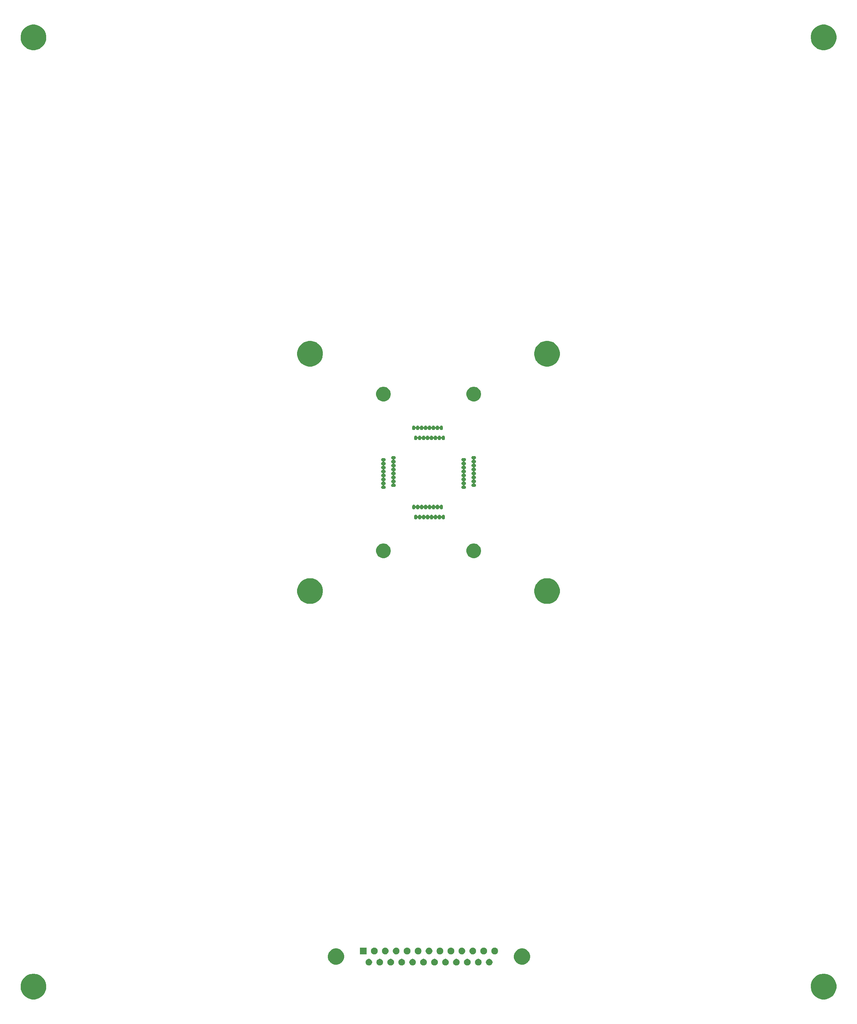
<source format=gbr>
G04 #@! TF.GenerationSoftware,KiCad,Pcbnew,5.1.4-3.fc30*
G04 #@! TF.CreationDate,2019-10-21T10:57:03+02:00*
G04 #@! TF.ProjectId,CarteScreening,43617274-6553-4637-9265-656e696e672e,rev?*
G04 #@! TF.SameCoordinates,Original*
G04 #@! TF.FileFunction,Soldermask,Top*
G04 #@! TF.FilePolarity,Negative*
%FSLAX46Y46*%
G04 Gerber Fmt 4.6, Leading zero omitted, Abs format (unit mm)*
G04 Created by KiCad (PCBNEW 5.1.4-3.fc30) date 2019-10-21 10:57:03*
%MOMM*%
%LPD*%
G04 APERTURE LIST*
%ADD10C,0.100000*%
G04 APERTURE END LIST*
D10*
G36*
X250634239Y-206811467D02*
G01*
X250948282Y-206873934D01*
X251539926Y-207119001D01*
X252072392Y-207474784D01*
X252525216Y-207927608D01*
X252880999Y-208460074D01*
X253126066Y-209051718D01*
X253126066Y-209051719D01*
X253251000Y-209679803D01*
X253251000Y-210320197D01*
X253188533Y-210634239D01*
X253126066Y-210948282D01*
X252880999Y-211539926D01*
X252525216Y-212072392D01*
X252072392Y-212525216D01*
X251539926Y-212880999D01*
X250948282Y-213126066D01*
X250634239Y-213188533D01*
X250320197Y-213251000D01*
X249679803Y-213251000D01*
X249365761Y-213188533D01*
X249051718Y-213126066D01*
X248460074Y-212880999D01*
X247927608Y-212525216D01*
X247474784Y-212072392D01*
X247119001Y-211539926D01*
X246873934Y-210948282D01*
X246811467Y-210634239D01*
X246749000Y-210320197D01*
X246749000Y-209679803D01*
X246873934Y-209051719D01*
X246873934Y-209051718D01*
X247119001Y-208460074D01*
X247474784Y-207927608D01*
X247927608Y-207474784D01*
X248460074Y-207119001D01*
X249051718Y-206873934D01*
X249365761Y-206811467D01*
X249679803Y-206749000D01*
X250320197Y-206749000D01*
X250634239Y-206811467D01*
X250634239Y-206811467D01*
G37*
G36*
X50634239Y-206811467D02*
G01*
X50948282Y-206873934D01*
X51539926Y-207119001D01*
X52072392Y-207474784D01*
X52525216Y-207927608D01*
X52880999Y-208460074D01*
X53126066Y-209051718D01*
X53126066Y-209051719D01*
X53251000Y-209679803D01*
X53251000Y-210320197D01*
X53188533Y-210634239D01*
X53126066Y-210948282D01*
X52880999Y-211539926D01*
X52525216Y-212072392D01*
X52072392Y-212525216D01*
X51539926Y-212880999D01*
X50948282Y-213126066D01*
X50634239Y-213188533D01*
X50320197Y-213251000D01*
X49679803Y-213251000D01*
X49365761Y-213188533D01*
X49051718Y-213126066D01*
X48460074Y-212880999D01*
X47927608Y-212525216D01*
X47474784Y-212072392D01*
X47119001Y-211539926D01*
X46873934Y-210948282D01*
X46811467Y-210634239D01*
X46749000Y-210320197D01*
X46749000Y-209679803D01*
X46873934Y-209051719D01*
X46873934Y-209051718D01*
X47119001Y-208460074D01*
X47474784Y-207927608D01*
X47927608Y-207474784D01*
X48460074Y-207119001D01*
X49051718Y-206873934D01*
X49365761Y-206811467D01*
X49679803Y-206749000D01*
X50320197Y-206749000D01*
X50634239Y-206811467D01*
X50634239Y-206811467D01*
G37*
G36*
X157293228Y-203021703D02*
G01*
X157448100Y-203085853D01*
X157587481Y-203178985D01*
X157706015Y-203297519D01*
X157799147Y-203436900D01*
X157863297Y-203591772D01*
X157896000Y-203756184D01*
X157896000Y-203923816D01*
X157863297Y-204088228D01*
X157799147Y-204243100D01*
X157706015Y-204382481D01*
X157587481Y-204501015D01*
X157448100Y-204594147D01*
X157293228Y-204658297D01*
X157128816Y-204691000D01*
X156961184Y-204691000D01*
X156796772Y-204658297D01*
X156641900Y-204594147D01*
X156502519Y-204501015D01*
X156383985Y-204382481D01*
X156290853Y-204243100D01*
X156226703Y-204088228D01*
X156194000Y-203923816D01*
X156194000Y-203756184D01*
X156226703Y-203591772D01*
X156290853Y-203436900D01*
X156383985Y-203297519D01*
X156502519Y-203178985D01*
X156641900Y-203085853D01*
X156796772Y-203021703D01*
X156961184Y-202989000D01*
X157128816Y-202989000D01*
X157293228Y-203021703D01*
X157293228Y-203021703D01*
G37*
G36*
X165603228Y-203021703D02*
G01*
X165758100Y-203085853D01*
X165897481Y-203178985D01*
X166016015Y-203297519D01*
X166109147Y-203436900D01*
X166173297Y-203591772D01*
X166206000Y-203756184D01*
X166206000Y-203923816D01*
X166173297Y-204088228D01*
X166109147Y-204243100D01*
X166016015Y-204382481D01*
X165897481Y-204501015D01*
X165758100Y-204594147D01*
X165603228Y-204658297D01*
X165438816Y-204691000D01*
X165271184Y-204691000D01*
X165106772Y-204658297D01*
X164951900Y-204594147D01*
X164812519Y-204501015D01*
X164693985Y-204382481D01*
X164600853Y-204243100D01*
X164536703Y-204088228D01*
X164504000Y-203923816D01*
X164504000Y-203756184D01*
X164536703Y-203591772D01*
X164600853Y-203436900D01*
X164693985Y-203297519D01*
X164812519Y-203178985D01*
X164951900Y-203085853D01*
X165106772Y-203021703D01*
X165271184Y-202989000D01*
X165438816Y-202989000D01*
X165603228Y-203021703D01*
X165603228Y-203021703D01*
G37*
G36*
X160063228Y-203021703D02*
G01*
X160218100Y-203085853D01*
X160357481Y-203178985D01*
X160476015Y-203297519D01*
X160569147Y-203436900D01*
X160633297Y-203591772D01*
X160666000Y-203756184D01*
X160666000Y-203923816D01*
X160633297Y-204088228D01*
X160569147Y-204243100D01*
X160476015Y-204382481D01*
X160357481Y-204501015D01*
X160218100Y-204594147D01*
X160063228Y-204658297D01*
X159898816Y-204691000D01*
X159731184Y-204691000D01*
X159566772Y-204658297D01*
X159411900Y-204594147D01*
X159272519Y-204501015D01*
X159153985Y-204382481D01*
X159060853Y-204243100D01*
X158996703Y-204088228D01*
X158964000Y-203923816D01*
X158964000Y-203756184D01*
X158996703Y-203591772D01*
X159060853Y-203436900D01*
X159153985Y-203297519D01*
X159272519Y-203178985D01*
X159411900Y-203085853D01*
X159566772Y-203021703D01*
X159731184Y-202989000D01*
X159898816Y-202989000D01*
X160063228Y-203021703D01*
X160063228Y-203021703D01*
G37*
G36*
X154523228Y-203021703D02*
G01*
X154678100Y-203085853D01*
X154817481Y-203178985D01*
X154936015Y-203297519D01*
X155029147Y-203436900D01*
X155093297Y-203591772D01*
X155126000Y-203756184D01*
X155126000Y-203923816D01*
X155093297Y-204088228D01*
X155029147Y-204243100D01*
X154936015Y-204382481D01*
X154817481Y-204501015D01*
X154678100Y-204594147D01*
X154523228Y-204658297D01*
X154358816Y-204691000D01*
X154191184Y-204691000D01*
X154026772Y-204658297D01*
X153871900Y-204594147D01*
X153732519Y-204501015D01*
X153613985Y-204382481D01*
X153520853Y-204243100D01*
X153456703Y-204088228D01*
X153424000Y-203923816D01*
X153424000Y-203756184D01*
X153456703Y-203591772D01*
X153520853Y-203436900D01*
X153613985Y-203297519D01*
X153732519Y-203178985D01*
X153871900Y-203085853D01*
X154026772Y-203021703D01*
X154191184Y-202989000D01*
X154358816Y-202989000D01*
X154523228Y-203021703D01*
X154523228Y-203021703D01*
G37*
G36*
X151753228Y-203021703D02*
G01*
X151908100Y-203085853D01*
X152047481Y-203178985D01*
X152166015Y-203297519D01*
X152259147Y-203436900D01*
X152323297Y-203591772D01*
X152356000Y-203756184D01*
X152356000Y-203923816D01*
X152323297Y-204088228D01*
X152259147Y-204243100D01*
X152166015Y-204382481D01*
X152047481Y-204501015D01*
X151908100Y-204594147D01*
X151753228Y-204658297D01*
X151588816Y-204691000D01*
X151421184Y-204691000D01*
X151256772Y-204658297D01*
X151101900Y-204594147D01*
X150962519Y-204501015D01*
X150843985Y-204382481D01*
X150750853Y-204243100D01*
X150686703Y-204088228D01*
X150654000Y-203923816D01*
X150654000Y-203756184D01*
X150686703Y-203591772D01*
X150750853Y-203436900D01*
X150843985Y-203297519D01*
X150962519Y-203178985D01*
X151101900Y-203085853D01*
X151256772Y-203021703D01*
X151421184Y-202989000D01*
X151588816Y-202989000D01*
X151753228Y-203021703D01*
X151753228Y-203021703D01*
G37*
G36*
X148983228Y-203021703D02*
G01*
X149138100Y-203085853D01*
X149277481Y-203178985D01*
X149396015Y-203297519D01*
X149489147Y-203436900D01*
X149553297Y-203591772D01*
X149586000Y-203756184D01*
X149586000Y-203923816D01*
X149553297Y-204088228D01*
X149489147Y-204243100D01*
X149396015Y-204382481D01*
X149277481Y-204501015D01*
X149138100Y-204594147D01*
X148983228Y-204658297D01*
X148818816Y-204691000D01*
X148651184Y-204691000D01*
X148486772Y-204658297D01*
X148331900Y-204594147D01*
X148192519Y-204501015D01*
X148073985Y-204382481D01*
X147980853Y-204243100D01*
X147916703Y-204088228D01*
X147884000Y-203923816D01*
X147884000Y-203756184D01*
X147916703Y-203591772D01*
X147980853Y-203436900D01*
X148073985Y-203297519D01*
X148192519Y-203178985D01*
X148331900Y-203085853D01*
X148486772Y-203021703D01*
X148651184Y-202989000D01*
X148818816Y-202989000D01*
X148983228Y-203021703D01*
X148983228Y-203021703D01*
G37*
G36*
X146213228Y-203021703D02*
G01*
X146368100Y-203085853D01*
X146507481Y-203178985D01*
X146626015Y-203297519D01*
X146719147Y-203436900D01*
X146783297Y-203591772D01*
X146816000Y-203756184D01*
X146816000Y-203923816D01*
X146783297Y-204088228D01*
X146719147Y-204243100D01*
X146626015Y-204382481D01*
X146507481Y-204501015D01*
X146368100Y-204594147D01*
X146213228Y-204658297D01*
X146048816Y-204691000D01*
X145881184Y-204691000D01*
X145716772Y-204658297D01*
X145561900Y-204594147D01*
X145422519Y-204501015D01*
X145303985Y-204382481D01*
X145210853Y-204243100D01*
X145146703Y-204088228D01*
X145114000Y-203923816D01*
X145114000Y-203756184D01*
X145146703Y-203591772D01*
X145210853Y-203436900D01*
X145303985Y-203297519D01*
X145422519Y-203178985D01*
X145561900Y-203085853D01*
X145716772Y-203021703D01*
X145881184Y-202989000D01*
X146048816Y-202989000D01*
X146213228Y-203021703D01*
X146213228Y-203021703D01*
G37*
G36*
X143443228Y-203021703D02*
G01*
X143598100Y-203085853D01*
X143737481Y-203178985D01*
X143856015Y-203297519D01*
X143949147Y-203436900D01*
X144013297Y-203591772D01*
X144046000Y-203756184D01*
X144046000Y-203923816D01*
X144013297Y-204088228D01*
X143949147Y-204243100D01*
X143856015Y-204382481D01*
X143737481Y-204501015D01*
X143598100Y-204594147D01*
X143443228Y-204658297D01*
X143278816Y-204691000D01*
X143111184Y-204691000D01*
X142946772Y-204658297D01*
X142791900Y-204594147D01*
X142652519Y-204501015D01*
X142533985Y-204382481D01*
X142440853Y-204243100D01*
X142376703Y-204088228D01*
X142344000Y-203923816D01*
X142344000Y-203756184D01*
X142376703Y-203591772D01*
X142440853Y-203436900D01*
X142533985Y-203297519D01*
X142652519Y-203178985D01*
X142791900Y-203085853D01*
X142946772Y-203021703D01*
X143111184Y-202989000D01*
X143278816Y-202989000D01*
X143443228Y-203021703D01*
X143443228Y-203021703D01*
G37*
G36*
X140673228Y-203021703D02*
G01*
X140828100Y-203085853D01*
X140967481Y-203178985D01*
X141086015Y-203297519D01*
X141179147Y-203436900D01*
X141243297Y-203591772D01*
X141276000Y-203756184D01*
X141276000Y-203923816D01*
X141243297Y-204088228D01*
X141179147Y-204243100D01*
X141086015Y-204382481D01*
X140967481Y-204501015D01*
X140828100Y-204594147D01*
X140673228Y-204658297D01*
X140508816Y-204691000D01*
X140341184Y-204691000D01*
X140176772Y-204658297D01*
X140021900Y-204594147D01*
X139882519Y-204501015D01*
X139763985Y-204382481D01*
X139670853Y-204243100D01*
X139606703Y-204088228D01*
X139574000Y-203923816D01*
X139574000Y-203756184D01*
X139606703Y-203591772D01*
X139670853Y-203436900D01*
X139763985Y-203297519D01*
X139882519Y-203178985D01*
X140021900Y-203085853D01*
X140176772Y-203021703D01*
X140341184Y-202989000D01*
X140508816Y-202989000D01*
X140673228Y-203021703D01*
X140673228Y-203021703D01*
G37*
G36*
X135133228Y-203021703D02*
G01*
X135288100Y-203085853D01*
X135427481Y-203178985D01*
X135546015Y-203297519D01*
X135639147Y-203436900D01*
X135703297Y-203591772D01*
X135736000Y-203756184D01*
X135736000Y-203923816D01*
X135703297Y-204088228D01*
X135639147Y-204243100D01*
X135546015Y-204382481D01*
X135427481Y-204501015D01*
X135288100Y-204594147D01*
X135133228Y-204658297D01*
X134968816Y-204691000D01*
X134801184Y-204691000D01*
X134636772Y-204658297D01*
X134481900Y-204594147D01*
X134342519Y-204501015D01*
X134223985Y-204382481D01*
X134130853Y-204243100D01*
X134066703Y-204088228D01*
X134034000Y-203923816D01*
X134034000Y-203756184D01*
X134066703Y-203591772D01*
X134130853Y-203436900D01*
X134223985Y-203297519D01*
X134342519Y-203178985D01*
X134481900Y-203085853D01*
X134636772Y-203021703D01*
X134801184Y-202989000D01*
X134968816Y-202989000D01*
X135133228Y-203021703D01*
X135133228Y-203021703D01*
G37*
G36*
X162833228Y-203021703D02*
G01*
X162988100Y-203085853D01*
X163127481Y-203178985D01*
X163246015Y-203297519D01*
X163339147Y-203436900D01*
X163403297Y-203591772D01*
X163436000Y-203756184D01*
X163436000Y-203923816D01*
X163403297Y-204088228D01*
X163339147Y-204243100D01*
X163246015Y-204382481D01*
X163127481Y-204501015D01*
X162988100Y-204594147D01*
X162833228Y-204658297D01*
X162668816Y-204691000D01*
X162501184Y-204691000D01*
X162336772Y-204658297D01*
X162181900Y-204594147D01*
X162042519Y-204501015D01*
X161923985Y-204382481D01*
X161830853Y-204243100D01*
X161766703Y-204088228D01*
X161734000Y-203923816D01*
X161734000Y-203756184D01*
X161766703Y-203591772D01*
X161830853Y-203436900D01*
X161923985Y-203297519D01*
X162042519Y-203178985D01*
X162181900Y-203085853D01*
X162336772Y-203021703D01*
X162501184Y-202989000D01*
X162668816Y-202989000D01*
X162833228Y-203021703D01*
X162833228Y-203021703D01*
G37*
G36*
X137903228Y-203021703D02*
G01*
X138058100Y-203085853D01*
X138197481Y-203178985D01*
X138316015Y-203297519D01*
X138409147Y-203436900D01*
X138473297Y-203591772D01*
X138506000Y-203756184D01*
X138506000Y-203923816D01*
X138473297Y-204088228D01*
X138409147Y-204243100D01*
X138316015Y-204382481D01*
X138197481Y-204501015D01*
X138058100Y-204594147D01*
X137903228Y-204658297D01*
X137738816Y-204691000D01*
X137571184Y-204691000D01*
X137406772Y-204658297D01*
X137251900Y-204594147D01*
X137112519Y-204501015D01*
X136993985Y-204382481D01*
X136900853Y-204243100D01*
X136836703Y-204088228D01*
X136804000Y-203923816D01*
X136804000Y-203756184D01*
X136836703Y-203591772D01*
X136900853Y-203436900D01*
X136993985Y-203297519D01*
X137112519Y-203178985D01*
X137251900Y-203085853D01*
X137406772Y-203021703D01*
X137571184Y-202989000D01*
X137738816Y-202989000D01*
X137903228Y-203021703D01*
X137903228Y-203021703D01*
G37*
G36*
X127168254Y-200447818D02*
G01*
X127528170Y-200596900D01*
X127541513Y-200602427D01*
X127877436Y-200826884D01*
X128163116Y-201112564D01*
X128253765Y-201248229D01*
X128387574Y-201448489D01*
X128542182Y-201821746D01*
X128621000Y-202217993D01*
X128621000Y-202622007D01*
X128542182Y-203018254D01*
X128426506Y-203297520D01*
X128387573Y-203391513D01*
X128163116Y-203727436D01*
X127877436Y-204013116D01*
X127541513Y-204237573D01*
X127541512Y-204237574D01*
X127541511Y-204237574D01*
X127168254Y-204392182D01*
X126772007Y-204471000D01*
X126367993Y-204471000D01*
X125971746Y-204392182D01*
X125598489Y-204237574D01*
X125598488Y-204237574D01*
X125598487Y-204237573D01*
X125262564Y-204013116D01*
X124976884Y-203727436D01*
X124752427Y-203391513D01*
X124713494Y-203297520D01*
X124597818Y-203018254D01*
X124519000Y-202622007D01*
X124519000Y-202217993D01*
X124597818Y-201821746D01*
X124752426Y-201448489D01*
X124886236Y-201248229D01*
X124976884Y-201112564D01*
X125262564Y-200826884D01*
X125598487Y-200602427D01*
X125611830Y-200596900D01*
X125971746Y-200447818D01*
X126367993Y-200369000D01*
X126772007Y-200369000D01*
X127168254Y-200447818D01*
X127168254Y-200447818D01*
G37*
G36*
X174268254Y-200447818D02*
G01*
X174628170Y-200596900D01*
X174641513Y-200602427D01*
X174977436Y-200826884D01*
X175263116Y-201112564D01*
X175353765Y-201248229D01*
X175487574Y-201448489D01*
X175642182Y-201821746D01*
X175721000Y-202217993D01*
X175721000Y-202622007D01*
X175642182Y-203018254D01*
X175526506Y-203297520D01*
X175487573Y-203391513D01*
X175263116Y-203727436D01*
X174977436Y-204013116D01*
X174641513Y-204237573D01*
X174641512Y-204237574D01*
X174641511Y-204237574D01*
X174268254Y-204392182D01*
X173872007Y-204471000D01*
X173467993Y-204471000D01*
X173071746Y-204392182D01*
X172698489Y-204237574D01*
X172698488Y-204237574D01*
X172698487Y-204237573D01*
X172362564Y-204013116D01*
X172076884Y-203727436D01*
X171852427Y-203391513D01*
X171813494Y-203297520D01*
X171697818Y-203018254D01*
X171619000Y-202622007D01*
X171619000Y-202217993D01*
X171697818Y-201821746D01*
X171852426Y-201448489D01*
X171986236Y-201248229D01*
X172076884Y-201112564D01*
X172362564Y-200826884D01*
X172698487Y-200602427D01*
X172711830Y-200596900D01*
X173071746Y-200447818D01*
X173467993Y-200369000D01*
X173872007Y-200369000D01*
X174268254Y-200447818D01*
X174268254Y-200447818D01*
G37*
G36*
X142058228Y-200181703D02*
G01*
X142213100Y-200245853D01*
X142352481Y-200338985D01*
X142471015Y-200457519D01*
X142564147Y-200596900D01*
X142628297Y-200751772D01*
X142661000Y-200916184D01*
X142661000Y-201083816D01*
X142628297Y-201248228D01*
X142564147Y-201403100D01*
X142471015Y-201542481D01*
X142352481Y-201661015D01*
X142213100Y-201754147D01*
X142058228Y-201818297D01*
X141893816Y-201851000D01*
X141726184Y-201851000D01*
X141561772Y-201818297D01*
X141406900Y-201754147D01*
X141267519Y-201661015D01*
X141148985Y-201542481D01*
X141055853Y-201403100D01*
X140991703Y-201248228D01*
X140959000Y-201083816D01*
X140959000Y-200916184D01*
X140991703Y-200751772D01*
X141055853Y-200596900D01*
X141148985Y-200457519D01*
X141267519Y-200338985D01*
X141406900Y-200245853D01*
X141561772Y-200181703D01*
X141726184Y-200149000D01*
X141893816Y-200149000D01*
X142058228Y-200181703D01*
X142058228Y-200181703D01*
G37*
G36*
X166988228Y-200181703D02*
G01*
X167143100Y-200245853D01*
X167282481Y-200338985D01*
X167401015Y-200457519D01*
X167494147Y-200596900D01*
X167558297Y-200751772D01*
X167591000Y-200916184D01*
X167591000Y-201083816D01*
X167558297Y-201248228D01*
X167494147Y-201403100D01*
X167401015Y-201542481D01*
X167282481Y-201661015D01*
X167143100Y-201754147D01*
X166988228Y-201818297D01*
X166823816Y-201851000D01*
X166656184Y-201851000D01*
X166491772Y-201818297D01*
X166336900Y-201754147D01*
X166197519Y-201661015D01*
X166078985Y-201542481D01*
X165985853Y-201403100D01*
X165921703Y-201248228D01*
X165889000Y-201083816D01*
X165889000Y-200916184D01*
X165921703Y-200751772D01*
X165985853Y-200596900D01*
X166078985Y-200457519D01*
X166197519Y-200338985D01*
X166336900Y-200245853D01*
X166491772Y-200181703D01*
X166656184Y-200149000D01*
X166823816Y-200149000D01*
X166988228Y-200181703D01*
X166988228Y-200181703D01*
G37*
G36*
X164218228Y-200181703D02*
G01*
X164373100Y-200245853D01*
X164512481Y-200338985D01*
X164631015Y-200457519D01*
X164724147Y-200596900D01*
X164788297Y-200751772D01*
X164821000Y-200916184D01*
X164821000Y-201083816D01*
X164788297Y-201248228D01*
X164724147Y-201403100D01*
X164631015Y-201542481D01*
X164512481Y-201661015D01*
X164373100Y-201754147D01*
X164218228Y-201818297D01*
X164053816Y-201851000D01*
X163886184Y-201851000D01*
X163721772Y-201818297D01*
X163566900Y-201754147D01*
X163427519Y-201661015D01*
X163308985Y-201542481D01*
X163215853Y-201403100D01*
X163151703Y-201248228D01*
X163119000Y-201083816D01*
X163119000Y-200916184D01*
X163151703Y-200751772D01*
X163215853Y-200596900D01*
X163308985Y-200457519D01*
X163427519Y-200338985D01*
X163566900Y-200245853D01*
X163721772Y-200181703D01*
X163886184Y-200149000D01*
X164053816Y-200149000D01*
X164218228Y-200181703D01*
X164218228Y-200181703D01*
G37*
G36*
X161448228Y-200181703D02*
G01*
X161603100Y-200245853D01*
X161742481Y-200338985D01*
X161861015Y-200457519D01*
X161954147Y-200596900D01*
X162018297Y-200751772D01*
X162051000Y-200916184D01*
X162051000Y-201083816D01*
X162018297Y-201248228D01*
X161954147Y-201403100D01*
X161861015Y-201542481D01*
X161742481Y-201661015D01*
X161603100Y-201754147D01*
X161448228Y-201818297D01*
X161283816Y-201851000D01*
X161116184Y-201851000D01*
X160951772Y-201818297D01*
X160796900Y-201754147D01*
X160657519Y-201661015D01*
X160538985Y-201542481D01*
X160445853Y-201403100D01*
X160381703Y-201248228D01*
X160349000Y-201083816D01*
X160349000Y-200916184D01*
X160381703Y-200751772D01*
X160445853Y-200596900D01*
X160538985Y-200457519D01*
X160657519Y-200338985D01*
X160796900Y-200245853D01*
X160951772Y-200181703D01*
X161116184Y-200149000D01*
X161283816Y-200149000D01*
X161448228Y-200181703D01*
X161448228Y-200181703D01*
G37*
G36*
X158678228Y-200181703D02*
G01*
X158833100Y-200245853D01*
X158972481Y-200338985D01*
X159091015Y-200457519D01*
X159184147Y-200596900D01*
X159248297Y-200751772D01*
X159281000Y-200916184D01*
X159281000Y-201083816D01*
X159248297Y-201248228D01*
X159184147Y-201403100D01*
X159091015Y-201542481D01*
X158972481Y-201661015D01*
X158833100Y-201754147D01*
X158678228Y-201818297D01*
X158513816Y-201851000D01*
X158346184Y-201851000D01*
X158181772Y-201818297D01*
X158026900Y-201754147D01*
X157887519Y-201661015D01*
X157768985Y-201542481D01*
X157675853Y-201403100D01*
X157611703Y-201248228D01*
X157579000Y-201083816D01*
X157579000Y-200916184D01*
X157611703Y-200751772D01*
X157675853Y-200596900D01*
X157768985Y-200457519D01*
X157887519Y-200338985D01*
X158026900Y-200245853D01*
X158181772Y-200181703D01*
X158346184Y-200149000D01*
X158513816Y-200149000D01*
X158678228Y-200181703D01*
X158678228Y-200181703D01*
G37*
G36*
X155908228Y-200181703D02*
G01*
X156063100Y-200245853D01*
X156202481Y-200338985D01*
X156321015Y-200457519D01*
X156414147Y-200596900D01*
X156478297Y-200751772D01*
X156511000Y-200916184D01*
X156511000Y-201083816D01*
X156478297Y-201248228D01*
X156414147Y-201403100D01*
X156321015Y-201542481D01*
X156202481Y-201661015D01*
X156063100Y-201754147D01*
X155908228Y-201818297D01*
X155743816Y-201851000D01*
X155576184Y-201851000D01*
X155411772Y-201818297D01*
X155256900Y-201754147D01*
X155117519Y-201661015D01*
X154998985Y-201542481D01*
X154905853Y-201403100D01*
X154841703Y-201248228D01*
X154809000Y-201083816D01*
X154809000Y-200916184D01*
X154841703Y-200751772D01*
X154905853Y-200596900D01*
X154998985Y-200457519D01*
X155117519Y-200338985D01*
X155256900Y-200245853D01*
X155411772Y-200181703D01*
X155576184Y-200149000D01*
X155743816Y-200149000D01*
X155908228Y-200181703D01*
X155908228Y-200181703D01*
G37*
G36*
X150368228Y-200181703D02*
G01*
X150523100Y-200245853D01*
X150662481Y-200338985D01*
X150781015Y-200457519D01*
X150874147Y-200596900D01*
X150938297Y-200751772D01*
X150971000Y-200916184D01*
X150971000Y-201083816D01*
X150938297Y-201248228D01*
X150874147Y-201403100D01*
X150781015Y-201542481D01*
X150662481Y-201661015D01*
X150523100Y-201754147D01*
X150368228Y-201818297D01*
X150203816Y-201851000D01*
X150036184Y-201851000D01*
X149871772Y-201818297D01*
X149716900Y-201754147D01*
X149577519Y-201661015D01*
X149458985Y-201542481D01*
X149365853Y-201403100D01*
X149301703Y-201248228D01*
X149269000Y-201083816D01*
X149269000Y-200916184D01*
X149301703Y-200751772D01*
X149365853Y-200596900D01*
X149458985Y-200457519D01*
X149577519Y-200338985D01*
X149716900Y-200245853D01*
X149871772Y-200181703D01*
X150036184Y-200149000D01*
X150203816Y-200149000D01*
X150368228Y-200181703D01*
X150368228Y-200181703D01*
G37*
G36*
X147598228Y-200181703D02*
G01*
X147753100Y-200245853D01*
X147892481Y-200338985D01*
X148011015Y-200457519D01*
X148104147Y-200596900D01*
X148168297Y-200751772D01*
X148201000Y-200916184D01*
X148201000Y-201083816D01*
X148168297Y-201248228D01*
X148104147Y-201403100D01*
X148011015Y-201542481D01*
X147892481Y-201661015D01*
X147753100Y-201754147D01*
X147598228Y-201818297D01*
X147433816Y-201851000D01*
X147266184Y-201851000D01*
X147101772Y-201818297D01*
X146946900Y-201754147D01*
X146807519Y-201661015D01*
X146688985Y-201542481D01*
X146595853Y-201403100D01*
X146531703Y-201248228D01*
X146499000Y-201083816D01*
X146499000Y-200916184D01*
X146531703Y-200751772D01*
X146595853Y-200596900D01*
X146688985Y-200457519D01*
X146807519Y-200338985D01*
X146946900Y-200245853D01*
X147101772Y-200181703D01*
X147266184Y-200149000D01*
X147433816Y-200149000D01*
X147598228Y-200181703D01*
X147598228Y-200181703D01*
G37*
G36*
X144828228Y-200181703D02*
G01*
X144983100Y-200245853D01*
X145122481Y-200338985D01*
X145241015Y-200457519D01*
X145334147Y-200596900D01*
X145398297Y-200751772D01*
X145431000Y-200916184D01*
X145431000Y-201083816D01*
X145398297Y-201248228D01*
X145334147Y-201403100D01*
X145241015Y-201542481D01*
X145122481Y-201661015D01*
X144983100Y-201754147D01*
X144828228Y-201818297D01*
X144663816Y-201851000D01*
X144496184Y-201851000D01*
X144331772Y-201818297D01*
X144176900Y-201754147D01*
X144037519Y-201661015D01*
X143918985Y-201542481D01*
X143825853Y-201403100D01*
X143761703Y-201248228D01*
X143729000Y-201083816D01*
X143729000Y-200916184D01*
X143761703Y-200751772D01*
X143825853Y-200596900D01*
X143918985Y-200457519D01*
X144037519Y-200338985D01*
X144176900Y-200245853D01*
X144331772Y-200181703D01*
X144496184Y-200149000D01*
X144663816Y-200149000D01*
X144828228Y-200181703D01*
X144828228Y-200181703D01*
G37*
G36*
X139288228Y-200181703D02*
G01*
X139443100Y-200245853D01*
X139582481Y-200338985D01*
X139701015Y-200457519D01*
X139794147Y-200596900D01*
X139858297Y-200751772D01*
X139891000Y-200916184D01*
X139891000Y-201083816D01*
X139858297Y-201248228D01*
X139794147Y-201403100D01*
X139701015Y-201542481D01*
X139582481Y-201661015D01*
X139443100Y-201754147D01*
X139288228Y-201818297D01*
X139123816Y-201851000D01*
X138956184Y-201851000D01*
X138791772Y-201818297D01*
X138636900Y-201754147D01*
X138497519Y-201661015D01*
X138378985Y-201542481D01*
X138285853Y-201403100D01*
X138221703Y-201248228D01*
X138189000Y-201083816D01*
X138189000Y-200916184D01*
X138221703Y-200751772D01*
X138285853Y-200596900D01*
X138378985Y-200457519D01*
X138497519Y-200338985D01*
X138636900Y-200245853D01*
X138791772Y-200181703D01*
X138956184Y-200149000D01*
X139123816Y-200149000D01*
X139288228Y-200181703D01*
X139288228Y-200181703D01*
G37*
G36*
X136518228Y-200181703D02*
G01*
X136673100Y-200245853D01*
X136812481Y-200338985D01*
X136931015Y-200457519D01*
X137024147Y-200596900D01*
X137088297Y-200751772D01*
X137121000Y-200916184D01*
X137121000Y-201083816D01*
X137088297Y-201248228D01*
X137024147Y-201403100D01*
X136931015Y-201542481D01*
X136812481Y-201661015D01*
X136673100Y-201754147D01*
X136518228Y-201818297D01*
X136353816Y-201851000D01*
X136186184Y-201851000D01*
X136021772Y-201818297D01*
X135866900Y-201754147D01*
X135727519Y-201661015D01*
X135608985Y-201542481D01*
X135515853Y-201403100D01*
X135451703Y-201248228D01*
X135419000Y-201083816D01*
X135419000Y-200916184D01*
X135451703Y-200751772D01*
X135515853Y-200596900D01*
X135608985Y-200457519D01*
X135727519Y-200338985D01*
X135866900Y-200245853D01*
X136021772Y-200181703D01*
X136186184Y-200149000D01*
X136353816Y-200149000D01*
X136518228Y-200181703D01*
X136518228Y-200181703D01*
G37*
G36*
X134351000Y-201851000D02*
G01*
X132649000Y-201851000D01*
X132649000Y-200149000D01*
X134351000Y-200149000D01*
X134351000Y-201851000D01*
X134351000Y-201851000D01*
G37*
G36*
X153138228Y-200181703D02*
G01*
X153293100Y-200245853D01*
X153432481Y-200338985D01*
X153551015Y-200457519D01*
X153644147Y-200596900D01*
X153708297Y-200751772D01*
X153741000Y-200916184D01*
X153741000Y-201083816D01*
X153708297Y-201248228D01*
X153644147Y-201403100D01*
X153551015Y-201542481D01*
X153432481Y-201661015D01*
X153293100Y-201754147D01*
X153138228Y-201818297D01*
X152973816Y-201851000D01*
X152806184Y-201851000D01*
X152641772Y-201818297D01*
X152486900Y-201754147D01*
X152347519Y-201661015D01*
X152228985Y-201542481D01*
X152135853Y-201403100D01*
X152071703Y-201248228D01*
X152039000Y-201083816D01*
X152039000Y-200916184D01*
X152071703Y-200751772D01*
X152135853Y-200596900D01*
X152228985Y-200457519D01*
X152347519Y-200338985D01*
X152486900Y-200245853D01*
X152641772Y-200181703D01*
X152806184Y-200149000D01*
X152973816Y-200149000D01*
X153138228Y-200181703D01*
X153138228Y-200181703D01*
G37*
G36*
X180634239Y-106811467D02*
G01*
X180948282Y-106873934D01*
X181539926Y-107119001D01*
X182072392Y-107474784D01*
X182525216Y-107927608D01*
X182880999Y-108460074D01*
X183126066Y-109051718D01*
X183126066Y-109051719D01*
X183251000Y-109679803D01*
X183251000Y-110320197D01*
X183188533Y-110634239D01*
X183126066Y-110948282D01*
X182880999Y-111539926D01*
X182525216Y-112072392D01*
X182072392Y-112525216D01*
X181539926Y-112880999D01*
X180948282Y-113126066D01*
X180634239Y-113188533D01*
X180320197Y-113251000D01*
X179679803Y-113251000D01*
X179365761Y-113188533D01*
X179051718Y-113126066D01*
X178460074Y-112880999D01*
X177927608Y-112525216D01*
X177474784Y-112072392D01*
X177119001Y-111539926D01*
X176873934Y-110948282D01*
X176811467Y-110634239D01*
X176749000Y-110320197D01*
X176749000Y-109679803D01*
X176873934Y-109051719D01*
X176873934Y-109051718D01*
X177119001Y-108460074D01*
X177474784Y-107927608D01*
X177927608Y-107474784D01*
X178460074Y-107119001D01*
X179051718Y-106873934D01*
X179365761Y-106811467D01*
X179679803Y-106749000D01*
X180320197Y-106749000D01*
X180634239Y-106811467D01*
X180634239Y-106811467D01*
G37*
G36*
X120634239Y-106811467D02*
G01*
X120948282Y-106873934D01*
X121539926Y-107119001D01*
X122072392Y-107474784D01*
X122525216Y-107927608D01*
X122880999Y-108460074D01*
X123126066Y-109051718D01*
X123126066Y-109051719D01*
X123251000Y-109679803D01*
X123251000Y-110320197D01*
X123188533Y-110634239D01*
X123126066Y-110948282D01*
X122880999Y-111539926D01*
X122525216Y-112072392D01*
X122072392Y-112525216D01*
X121539926Y-112880999D01*
X120948282Y-113126066D01*
X120634239Y-113188533D01*
X120320197Y-113251000D01*
X119679803Y-113251000D01*
X119365761Y-113188533D01*
X119051718Y-113126066D01*
X118460074Y-112880999D01*
X117927608Y-112525216D01*
X117474784Y-112072392D01*
X117119001Y-111539926D01*
X116873934Y-110948282D01*
X116811467Y-110634239D01*
X116749000Y-110320197D01*
X116749000Y-109679803D01*
X116873934Y-109051719D01*
X116873934Y-109051718D01*
X117119001Y-108460074D01*
X117474784Y-107927608D01*
X117927608Y-107474784D01*
X118460074Y-107119001D01*
X119051718Y-106873934D01*
X119365761Y-106811467D01*
X119679803Y-106749000D01*
X120320197Y-106749000D01*
X120634239Y-106811467D01*
X120634239Y-106811467D01*
G37*
G36*
X139114612Y-98016651D02*
G01*
X139454402Y-98157397D01*
X139454403Y-98157398D01*
X139760207Y-98361729D01*
X140020271Y-98621793D01*
X140156801Y-98826125D01*
X140224603Y-98927598D01*
X140365349Y-99267388D01*
X140437100Y-99628105D01*
X140437100Y-99995895D01*
X140365349Y-100356612D01*
X140224603Y-100696402D01*
X140224602Y-100696403D01*
X140020271Y-101002207D01*
X139760207Y-101262271D01*
X139555875Y-101398801D01*
X139454402Y-101466603D01*
X139114612Y-101607349D01*
X138753895Y-101679100D01*
X138386105Y-101679100D01*
X138025388Y-101607349D01*
X137685598Y-101466603D01*
X137584125Y-101398801D01*
X137379793Y-101262271D01*
X137119729Y-101002207D01*
X136915398Y-100696403D01*
X136915397Y-100696402D01*
X136774651Y-100356612D01*
X136702900Y-99995895D01*
X136702900Y-99628105D01*
X136774651Y-99267388D01*
X136915397Y-98927598D01*
X136983199Y-98826125D01*
X137119729Y-98621793D01*
X137379793Y-98361729D01*
X137685597Y-98157398D01*
X137685598Y-98157397D01*
X138025388Y-98016651D01*
X138386105Y-97944900D01*
X138753895Y-97944900D01*
X139114612Y-98016651D01*
X139114612Y-98016651D01*
G37*
G36*
X161974612Y-98016651D02*
G01*
X162314402Y-98157397D01*
X162314403Y-98157398D01*
X162620207Y-98361729D01*
X162880271Y-98621793D01*
X163016801Y-98826125D01*
X163084603Y-98927598D01*
X163225349Y-99267388D01*
X163297100Y-99628105D01*
X163297100Y-99995895D01*
X163225349Y-100356612D01*
X163084603Y-100696402D01*
X163084602Y-100696403D01*
X162880271Y-101002207D01*
X162620207Y-101262271D01*
X162415875Y-101398801D01*
X162314402Y-101466603D01*
X161974612Y-101607349D01*
X161613895Y-101679100D01*
X161246105Y-101679100D01*
X160885388Y-101607349D01*
X160545598Y-101466603D01*
X160444125Y-101398801D01*
X160239793Y-101262271D01*
X159979729Y-101002207D01*
X159775398Y-100696403D01*
X159775397Y-100696402D01*
X159634651Y-100356612D01*
X159562900Y-99995895D01*
X159562900Y-99628105D01*
X159634651Y-99267388D01*
X159775397Y-98927598D01*
X159843199Y-98826125D01*
X159979729Y-98621793D01*
X160239793Y-98361729D01*
X160545597Y-98157398D01*
X160545598Y-98157397D01*
X160885388Y-98016651D01*
X161246105Y-97944900D01*
X161613895Y-97944900D01*
X161974612Y-98016651D01*
X161974612Y-98016651D01*
G37*
G36*
X153836417Y-90698900D02*
G01*
X153910667Y-90721424D01*
X153965054Y-90750494D01*
X153979100Y-90758002D01*
X154039077Y-90807223D01*
X154088301Y-90867204D01*
X154124875Y-90935629D01*
X154124876Y-90935632D01*
X154147400Y-91009882D01*
X154153100Y-91067757D01*
X154153100Y-91487443D01*
X154147400Y-91545318D01*
X154129154Y-91605466D01*
X154124875Y-91619572D01*
X154088301Y-91687996D01*
X154039077Y-91747977D01*
X153979096Y-91797201D01*
X153910671Y-91833775D01*
X153910668Y-91833776D01*
X153836418Y-91856300D01*
X153759200Y-91863905D01*
X153681983Y-91856300D01*
X153607733Y-91833776D01*
X153607730Y-91833775D01*
X153539305Y-91797201D01*
X153479324Y-91747977D01*
X153430100Y-91687996D01*
X153393526Y-91619571D01*
X153393525Y-91619568D01*
X153378434Y-91569822D01*
X153369059Y-91547191D01*
X153355445Y-91526816D01*
X153338118Y-91509489D01*
X153317744Y-91495876D01*
X153295105Y-91486498D01*
X153271072Y-91481718D01*
X153246568Y-91481718D01*
X153222535Y-91486498D01*
X153199896Y-91495876D01*
X153179521Y-91509490D01*
X153162194Y-91526817D01*
X153148581Y-91547191D01*
X153139206Y-91569823D01*
X153124116Y-91619568D01*
X153124115Y-91619571D01*
X153087541Y-91687996D01*
X153038317Y-91747977D01*
X152978336Y-91797201D01*
X152909911Y-91833775D01*
X152909908Y-91833776D01*
X152835658Y-91856300D01*
X152758440Y-91863905D01*
X152681223Y-91856300D01*
X152606973Y-91833776D01*
X152606970Y-91833775D01*
X152538545Y-91797201D01*
X152478564Y-91747977D01*
X152429340Y-91687996D01*
X152392766Y-91619571D01*
X152392765Y-91619568D01*
X152377674Y-91569822D01*
X152368299Y-91547191D01*
X152354685Y-91526816D01*
X152337358Y-91509489D01*
X152316984Y-91495876D01*
X152294345Y-91486498D01*
X152270312Y-91481718D01*
X152245808Y-91481718D01*
X152221775Y-91486498D01*
X152199136Y-91495876D01*
X152178761Y-91509490D01*
X152161434Y-91526817D01*
X152147821Y-91547191D01*
X152138446Y-91569823D01*
X152123356Y-91619568D01*
X152123355Y-91619571D01*
X152086781Y-91687996D01*
X152037557Y-91747977D01*
X151977576Y-91797201D01*
X151909151Y-91833775D01*
X151909148Y-91833776D01*
X151834898Y-91856300D01*
X151757680Y-91863905D01*
X151680463Y-91856300D01*
X151606213Y-91833776D01*
X151606210Y-91833775D01*
X151537785Y-91797201D01*
X151477804Y-91747977D01*
X151428580Y-91687996D01*
X151392006Y-91619571D01*
X151392005Y-91619568D01*
X151376914Y-91569822D01*
X151367539Y-91547191D01*
X151353925Y-91526816D01*
X151336598Y-91509489D01*
X151316224Y-91495876D01*
X151293585Y-91486498D01*
X151269552Y-91481718D01*
X151245048Y-91481718D01*
X151221015Y-91486498D01*
X151198376Y-91495876D01*
X151178001Y-91509490D01*
X151160674Y-91526817D01*
X151147061Y-91547191D01*
X151137686Y-91569823D01*
X151122596Y-91619568D01*
X151122595Y-91619571D01*
X151086021Y-91687996D01*
X151036797Y-91747977D01*
X150976816Y-91797201D01*
X150908391Y-91833775D01*
X150908388Y-91833776D01*
X150834138Y-91856300D01*
X150756920Y-91863905D01*
X150679703Y-91856300D01*
X150605453Y-91833776D01*
X150605450Y-91833775D01*
X150537025Y-91797201D01*
X150477044Y-91747977D01*
X150427820Y-91687996D01*
X150391246Y-91619571D01*
X150391245Y-91619568D01*
X150376154Y-91569822D01*
X150366779Y-91547191D01*
X150353165Y-91526816D01*
X150335838Y-91509489D01*
X150315464Y-91495876D01*
X150292825Y-91486498D01*
X150268792Y-91481718D01*
X150244288Y-91481718D01*
X150220255Y-91486498D01*
X150197616Y-91495876D01*
X150177241Y-91509490D01*
X150159914Y-91526817D01*
X150146301Y-91547191D01*
X150136926Y-91569823D01*
X150121836Y-91619568D01*
X150121835Y-91619571D01*
X150085261Y-91687996D01*
X150036037Y-91747977D01*
X149976056Y-91797201D01*
X149907631Y-91833775D01*
X149907628Y-91833776D01*
X149833378Y-91856300D01*
X149756160Y-91863905D01*
X149678943Y-91856300D01*
X149604693Y-91833776D01*
X149604690Y-91833775D01*
X149536265Y-91797201D01*
X149476284Y-91747977D01*
X149427060Y-91687996D01*
X149390486Y-91619571D01*
X149390485Y-91619568D01*
X149375394Y-91569822D01*
X149366019Y-91547191D01*
X149352405Y-91526816D01*
X149335078Y-91509489D01*
X149314704Y-91495876D01*
X149292065Y-91486498D01*
X149268032Y-91481718D01*
X149243528Y-91481718D01*
X149219495Y-91486498D01*
X149196856Y-91495876D01*
X149176481Y-91509490D01*
X149159154Y-91526817D01*
X149145541Y-91547191D01*
X149136166Y-91569823D01*
X149121076Y-91619568D01*
X149121075Y-91619571D01*
X149084501Y-91687996D01*
X149035277Y-91747977D01*
X148975296Y-91797201D01*
X148906871Y-91833775D01*
X148906868Y-91833776D01*
X148832618Y-91856300D01*
X148755400Y-91863905D01*
X148678183Y-91856300D01*
X148603933Y-91833776D01*
X148603930Y-91833775D01*
X148535505Y-91797201D01*
X148475524Y-91747977D01*
X148426300Y-91687996D01*
X148389726Y-91619571D01*
X148389725Y-91619568D01*
X148374634Y-91569822D01*
X148365259Y-91547191D01*
X148351645Y-91526816D01*
X148334318Y-91509489D01*
X148313944Y-91495876D01*
X148291305Y-91486498D01*
X148267272Y-91481718D01*
X148242768Y-91481718D01*
X148218735Y-91486498D01*
X148196096Y-91495876D01*
X148175721Y-91509490D01*
X148158394Y-91526817D01*
X148144781Y-91547191D01*
X148135406Y-91569823D01*
X148120316Y-91619568D01*
X148120315Y-91619571D01*
X148083741Y-91687996D01*
X148034517Y-91747977D01*
X147974536Y-91797201D01*
X147906111Y-91833775D01*
X147906108Y-91833776D01*
X147831858Y-91856300D01*
X147754640Y-91863905D01*
X147677423Y-91856300D01*
X147603173Y-91833776D01*
X147603170Y-91833775D01*
X147534745Y-91797201D01*
X147474764Y-91747977D01*
X147425540Y-91687996D01*
X147388966Y-91619571D01*
X147388965Y-91619568D01*
X147373874Y-91569822D01*
X147364499Y-91547191D01*
X147350885Y-91526816D01*
X147333558Y-91509489D01*
X147313184Y-91495876D01*
X147290545Y-91486498D01*
X147266512Y-91481718D01*
X147242008Y-91481718D01*
X147217975Y-91486498D01*
X147195336Y-91495876D01*
X147174961Y-91509490D01*
X147157634Y-91526817D01*
X147144021Y-91547191D01*
X147134646Y-91569823D01*
X147119556Y-91619568D01*
X147119555Y-91619571D01*
X147082981Y-91687996D01*
X147033757Y-91747977D01*
X146973776Y-91797201D01*
X146905351Y-91833775D01*
X146905348Y-91833776D01*
X146831098Y-91856300D01*
X146753880Y-91863905D01*
X146676663Y-91856300D01*
X146602413Y-91833776D01*
X146602410Y-91833775D01*
X146533985Y-91797201D01*
X146474004Y-91747977D01*
X146424780Y-91687996D01*
X146388206Y-91619571D01*
X146388205Y-91619568D01*
X146365680Y-91545318D01*
X146359980Y-91487443D01*
X146359980Y-91067758D01*
X146365680Y-91009883D01*
X146388204Y-90935633D01*
X146424780Y-90867204D01*
X146424782Y-90867200D01*
X146474003Y-90807223D01*
X146533984Y-90757999D01*
X146602409Y-90721425D01*
X146602412Y-90721424D01*
X146676662Y-90698900D01*
X146753880Y-90691295D01*
X146831097Y-90698900D01*
X146905347Y-90721424D01*
X146959734Y-90750494D01*
X146973780Y-90758002D01*
X147033757Y-90807223D01*
X147082981Y-90867204D01*
X147119555Y-90935628D01*
X147119557Y-90935634D01*
X147134645Y-90985373D01*
X147144020Y-91008007D01*
X147157634Y-91028381D01*
X147174961Y-91045708D01*
X147195335Y-91059322D01*
X147217974Y-91068699D01*
X147242007Y-91073480D01*
X147266512Y-91073480D01*
X147290545Y-91068700D01*
X147313184Y-91059323D01*
X147333558Y-91045709D01*
X147350885Y-91028382D01*
X147364499Y-91008008D01*
X147373877Y-90985368D01*
X147388964Y-90935634D01*
X147388964Y-90935633D01*
X147425540Y-90867204D01*
X147425542Y-90867200D01*
X147474763Y-90807223D01*
X147534744Y-90757999D01*
X147603169Y-90721425D01*
X147603172Y-90721424D01*
X147677422Y-90698900D01*
X147754640Y-90691295D01*
X147831857Y-90698900D01*
X147906107Y-90721424D01*
X147960494Y-90750494D01*
X147974540Y-90758002D01*
X148034517Y-90807223D01*
X148083741Y-90867204D01*
X148120315Y-90935628D01*
X148120317Y-90935634D01*
X148135405Y-90985373D01*
X148144780Y-91008007D01*
X148158394Y-91028381D01*
X148175721Y-91045708D01*
X148196095Y-91059322D01*
X148218734Y-91068699D01*
X148242767Y-91073480D01*
X148267272Y-91073480D01*
X148291305Y-91068700D01*
X148313944Y-91059323D01*
X148334318Y-91045709D01*
X148351645Y-91028382D01*
X148365259Y-91008008D01*
X148374637Y-90985368D01*
X148389724Y-90935634D01*
X148389724Y-90935633D01*
X148426300Y-90867204D01*
X148426302Y-90867200D01*
X148475523Y-90807223D01*
X148535504Y-90757999D01*
X148603929Y-90721425D01*
X148603932Y-90721424D01*
X148678182Y-90698900D01*
X148755400Y-90691295D01*
X148832617Y-90698900D01*
X148906867Y-90721424D01*
X148961254Y-90750494D01*
X148975300Y-90758002D01*
X149035277Y-90807223D01*
X149084501Y-90867204D01*
X149121075Y-90935628D01*
X149121077Y-90935634D01*
X149136165Y-90985373D01*
X149145540Y-91008007D01*
X149159154Y-91028381D01*
X149176481Y-91045708D01*
X149196855Y-91059322D01*
X149219494Y-91068699D01*
X149243527Y-91073480D01*
X149268032Y-91073480D01*
X149292065Y-91068700D01*
X149314704Y-91059323D01*
X149335078Y-91045709D01*
X149352405Y-91028382D01*
X149366019Y-91008008D01*
X149375397Y-90985368D01*
X149390484Y-90935634D01*
X149390484Y-90935633D01*
X149427060Y-90867204D01*
X149427062Y-90867200D01*
X149476283Y-90807223D01*
X149536264Y-90757999D01*
X149604689Y-90721425D01*
X149604692Y-90721424D01*
X149678942Y-90698900D01*
X149756160Y-90691295D01*
X149833377Y-90698900D01*
X149907627Y-90721424D01*
X149962014Y-90750494D01*
X149976060Y-90758002D01*
X150036037Y-90807223D01*
X150085261Y-90867204D01*
X150121835Y-90935628D01*
X150121837Y-90935634D01*
X150136925Y-90985373D01*
X150146300Y-91008007D01*
X150159914Y-91028381D01*
X150177241Y-91045708D01*
X150197615Y-91059322D01*
X150220254Y-91068699D01*
X150244287Y-91073480D01*
X150268792Y-91073480D01*
X150292825Y-91068700D01*
X150315464Y-91059323D01*
X150335838Y-91045709D01*
X150353165Y-91028382D01*
X150366779Y-91008008D01*
X150376157Y-90985368D01*
X150391244Y-90935634D01*
X150391244Y-90935633D01*
X150427820Y-90867204D01*
X150427822Y-90867200D01*
X150477043Y-90807223D01*
X150537024Y-90757999D01*
X150605449Y-90721425D01*
X150605452Y-90721424D01*
X150679702Y-90698900D01*
X150756920Y-90691295D01*
X150834137Y-90698900D01*
X150908387Y-90721424D01*
X150962774Y-90750494D01*
X150976820Y-90758002D01*
X151036797Y-90807223D01*
X151086021Y-90867204D01*
X151122595Y-90935628D01*
X151122597Y-90935634D01*
X151137685Y-90985373D01*
X151147060Y-91008007D01*
X151160674Y-91028381D01*
X151178001Y-91045708D01*
X151198375Y-91059322D01*
X151221014Y-91068699D01*
X151245047Y-91073480D01*
X151269552Y-91073480D01*
X151293585Y-91068700D01*
X151316224Y-91059323D01*
X151336598Y-91045709D01*
X151353925Y-91028382D01*
X151367539Y-91008008D01*
X151376917Y-90985368D01*
X151392004Y-90935634D01*
X151392004Y-90935633D01*
X151428580Y-90867204D01*
X151428582Y-90867200D01*
X151477803Y-90807223D01*
X151537784Y-90757999D01*
X151606209Y-90721425D01*
X151606212Y-90721424D01*
X151680462Y-90698900D01*
X151757680Y-90691295D01*
X151834897Y-90698900D01*
X151909147Y-90721424D01*
X151963534Y-90750494D01*
X151977580Y-90758002D01*
X152037557Y-90807223D01*
X152086781Y-90867204D01*
X152123355Y-90935628D01*
X152123357Y-90935634D01*
X152138445Y-90985373D01*
X152147820Y-91008007D01*
X152161434Y-91028381D01*
X152178761Y-91045708D01*
X152199135Y-91059322D01*
X152221774Y-91068699D01*
X152245807Y-91073480D01*
X152270312Y-91073480D01*
X152294345Y-91068700D01*
X152316984Y-91059323D01*
X152337358Y-91045709D01*
X152354685Y-91028382D01*
X152368299Y-91008008D01*
X152377677Y-90985368D01*
X152392764Y-90935634D01*
X152392764Y-90935633D01*
X152429340Y-90867204D01*
X152429342Y-90867200D01*
X152478563Y-90807223D01*
X152538544Y-90757999D01*
X152606969Y-90721425D01*
X152606972Y-90721424D01*
X152681222Y-90698900D01*
X152758440Y-90691295D01*
X152835657Y-90698900D01*
X152909907Y-90721424D01*
X152964294Y-90750494D01*
X152978340Y-90758002D01*
X153038317Y-90807223D01*
X153087541Y-90867204D01*
X153124115Y-90935628D01*
X153124117Y-90935634D01*
X153139205Y-90985373D01*
X153148580Y-91008007D01*
X153162194Y-91028381D01*
X153179521Y-91045708D01*
X153199895Y-91059322D01*
X153222534Y-91068699D01*
X153246567Y-91073480D01*
X153271072Y-91073480D01*
X153295105Y-91068700D01*
X153317744Y-91059323D01*
X153338118Y-91045709D01*
X153355445Y-91028382D01*
X153369059Y-91008008D01*
X153378437Y-90985368D01*
X153393524Y-90935634D01*
X153393524Y-90935633D01*
X153430100Y-90867204D01*
X153430102Y-90867200D01*
X153479323Y-90807223D01*
X153539304Y-90757999D01*
X153607729Y-90721425D01*
X153607732Y-90721424D01*
X153681982Y-90698900D01*
X153759200Y-90691295D01*
X153836417Y-90698900D01*
X153836417Y-90698900D01*
G37*
G36*
X153336037Y-88158900D02*
G01*
X153410287Y-88181424D01*
X153464674Y-88210494D01*
X153478720Y-88218002D01*
X153538697Y-88267223D01*
X153587921Y-88327204D01*
X153624495Y-88395629D01*
X153624496Y-88395632D01*
X153647020Y-88469882D01*
X153652720Y-88527757D01*
X153652720Y-88947443D01*
X153647020Y-89005318D01*
X153628774Y-89065466D01*
X153624495Y-89079572D01*
X153587921Y-89147996D01*
X153538697Y-89207977D01*
X153478716Y-89257201D01*
X153410291Y-89293775D01*
X153410288Y-89293776D01*
X153336038Y-89316300D01*
X153258820Y-89323905D01*
X153181603Y-89316300D01*
X153107353Y-89293776D01*
X153107350Y-89293775D01*
X153038925Y-89257201D01*
X152978944Y-89207977D01*
X152929720Y-89147996D01*
X152893146Y-89079571D01*
X152893145Y-89079568D01*
X152878054Y-89029822D01*
X152868679Y-89007191D01*
X152855065Y-88986816D01*
X152837738Y-88969489D01*
X152817364Y-88955876D01*
X152794725Y-88946498D01*
X152770692Y-88941718D01*
X152746188Y-88941718D01*
X152722155Y-88946498D01*
X152699516Y-88955876D01*
X152679141Y-88969490D01*
X152661814Y-88986817D01*
X152648201Y-89007191D01*
X152638826Y-89029823D01*
X152623736Y-89079568D01*
X152623735Y-89079571D01*
X152587161Y-89147996D01*
X152537937Y-89207977D01*
X152477956Y-89257201D01*
X152409531Y-89293775D01*
X152409528Y-89293776D01*
X152335278Y-89316300D01*
X152258060Y-89323905D01*
X152180843Y-89316300D01*
X152106593Y-89293776D01*
X152106590Y-89293775D01*
X152038165Y-89257201D01*
X151978184Y-89207977D01*
X151928960Y-89147996D01*
X151892386Y-89079571D01*
X151892385Y-89079568D01*
X151877294Y-89029822D01*
X151867919Y-89007191D01*
X151854305Y-88986816D01*
X151836978Y-88969489D01*
X151816604Y-88955876D01*
X151793965Y-88946498D01*
X151769932Y-88941718D01*
X151745428Y-88941718D01*
X151721395Y-88946498D01*
X151698756Y-88955876D01*
X151678381Y-88969490D01*
X151661054Y-88986817D01*
X151647441Y-89007191D01*
X151638066Y-89029823D01*
X151622976Y-89079568D01*
X151622975Y-89079571D01*
X151586401Y-89147996D01*
X151537177Y-89207977D01*
X151477196Y-89257201D01*
X151408771Y-89293775D01*
X151408768Y-89293776D01*
X151334518Y-89316300D01*
X151257300Y-89323905D01*
X151180083Y-89316300D01*
X151105833Y-89293776D01*
X151105830Y-89293775D01*
X151037405Y-89257201D01*
X150977424Y-89207977D01*
X150928200Y-89147996D01*
X150891626Y-89079571D01*
X150891625Y-89079568D01*
X150876534Y-89029822D01*
X150867159Y-89007191D01*
X150853545Y-88986816D01*
X150836218Y-88969489D01*
X150815844Y-88955876D01*
X150793205Y-88946498D01*
X150769172Y-88941718D01*
X150744668Y-88941718D01*
X150720635Y-88946498D01*
X150697996Y-88955876D01*
X150677621Y-88969490D01*
X150660294Y-88986817D01*
X150646681Y-89007191D01*
X150637306Y-89029823D01*
X150622216Y-89079568D01*
X150622215Y-89079571D01*
X150585641Y-89147996D01*
X150536417Y-89207977D01*
X150476436Y-89257201D01*
X150408011Y-89293775D01*
X150408008Y-89293776D01*
X150333758Y-89316300D01*
X150256540Y-89323905D01*
X150179323Y-89316300D01*
X150105073Y-89293776D01*
X150105070Y-89293775D01*
X150036645Y-89257201D01*
X149976664Y-89207977D01*
X149927440Y-89147996D01*
X149890866Y-89079571D01*
X149890865Y-89079568D01*
X149875774Y-89029822D01*
X149866399Y-89007191D01*
X149852785Y-88986816D01*
X149835458Y-88969489D01*
X149815084Y-88955876D01*
X149792445Y-88946498D01*
X149768412Y-88941718D01*
X149743908Y-88941718D01*
X149719875Y-88946498D01*
X149697236Y-88955876D01*
X149676861Y-88969490D01*
X149659534Y-88986817D01*
X149645921Y-89007191D01*
X149636546Y-89029823D01*
X149621456Y-89079568D01*
X149621455Y-89079571D01*
X149584881Y-89147996D01*
X149535657Y-89207977D01*
X149475676Y-89257201D01*
X149407251Y-89293775D01*
X149407248Y-89293776D01*
X149332998Y-89316300D01*
X149255780Y-89323905D01*
X149178563Y-89316300D01*
X149104313Y-89293776D01*
X149104310Y-89293775D01*
X149035885Y-89257201D01*
X148975904Y-89207977D01*
X148926680Y-89147996D01*
X148890106Y-89079571D01*
X148890105Y-89079568D01*
X148875014Y-89029822D01*
X148865639Y-89007191D01*
X148852025Y-88986816D01*
X148834698Y-88969489D01*
X148814324Y-88955876D01*
X148791685Y-88946498D01*
X148767652Y-88941718D01*
X148743148Y-88941718D01*
X148719115Y-88946498D01*
X148696476Y-88955876D01*
X148676101Y-88969490D01*
X148658774Y-88986817D01*
X148645161Y-89007191D01*
X148635786Y-89029823D01*
X148620696Y-89079568D01*
X148620695Y-89079571D01*
X148584121Y-89147996D01*
X148534897Y-89207977D01*
X148474916Y-89257201D01*
X148406491Y-89293775D01*
X148406488Y-89293776D01*
X148332238Y-89316300D01*
X148255020Y-89323905D01*
X148177803Y-89316300D01*
X148103553Y-89293776D01*
X148103550Y-89293775D01*
X148035125Y-89257201D01*
X147975144Y-89207977D01*
X147925920Y-89147996D01*
X147889346Y-89079571D01*
X147889345Y-89079568D01*
X147874254Y-89029822D01*
X147864879Y-89007191D01*
X147851265Y-88986816D01*
X147833938Y-88969489D01*
X147813564Y-88955876D01*
X147790925Y-88946498D01*
X147766892Y-88941718D01*
X147742388Y-88941718D01*
X147718355Y-88946498D01*
X147695716Y-88955876D01*
X147675341Y-88969490D01*
X147658014Y-88986817D01*
X147644401Y-89007191D01*
X147635026Y-89029823D01*
X147619936Y-89079568D01*
X147619935Y-89079571D01*
X147583361Y-89147996D01*
X147534137Y-89207977D01*
X147474156Y-89257201D01*
X147405731Y-89293775D01*
X147405728Y-89293776D01*
X147331478Y-89316300D01*
X147254260Y-89323905D01*
X147177043Y-89316300D01*
X147102793Y-89293776D01*
X147102790Y-89293775D01*
X147034365Y-89257201D01*
X146974384Y-89207977D01*
X146925160Y-89147996D01*
X146888586Y-89079571D01*
X146888585Y-89079568D01*
X146873494Y-89029822D01*
X146864119Y-89007191D01*
X146850505Y-88986816D01*
X146833178Y-88969489D01*
X146812804Y-88955876D01*
X146790165Y-88946498D01*
X146766132Y-88941718D01*
X146741628Y-88941718D01*
X146717595Y-88946498D01*
X146694956Y-88955876D01*
X146674581Y-88969490D01*
X146657254Y-88986817D01*
X146643641Y-89007191D01*
X146634266Y-89029823D01*
X146619176Y-89079568D01*
X146619175Y-89079571D01*
X146582601Y-89147996D01*
X146533377Y-89207977D01*
X146473396Y-89257201D01*
X146404971Y-89293775D01*
X146404968Y-89293776D01*
X146330718Y-89316300D01*
X146253500Y-89323905D01*
X146176283Y-89316300D01*
X146102033Y-89293776D01*
X146102030Y-89293775D01*
X146033605Y-89257201D01*
X145973624Y-89207977D01*
X145924400Y-89147996D01*
X145887826Y-89079571D01*
X145887825Y-89079568D01*
X145865300Y-89005318D01*
X145859600Y-88947443D01*
X145859600Y-88527758D01*
X145865300Y-88469883D01*
X145887824Y-88395633D01*
X145924400Y-88327204D01*
X145924402Y-88327200D01*
X145973623Y-88267223D01*
X146033604Y-88217999D01*
X146102029Y-88181425D01*
X146102032Y-88181424D01*
X146176282Y-88158900D01*
X146253500Y-88151295D01*
X146330717Y-88158900D01*
X146404967Y-88181424D01*
X146459354Y-88210494D01*
X146473400Y-88218002D01*
X146533377Y-88267223D01*
X146582601Y-88327204D01*
X146619175Y-88395628D01*
X146619177Y-88395634D01*
X146634265Y-88445373D01*
X146643640Y-88468007D01*
X146657254Y-88488381D01*
X146674581Y-88505708D01*
X146694955Y-88519322D01*
X146717594Y-88528699D01*
X146741627Y-88533480D01*
X146766132Y-88533480D01*
X146790165Y-88528700D01*
X146812804Y-88519323D01*
X146833178Y-88505709D01*
X146850505Y-88488382D01*
X146864119Y-88468008D01*
X146873497Y-88445368D01*
X146888584Y-88395634D01*
X146888584Y-88395633D01*
X146925160Y-88327204D01*
X146925162Y-88327200D01*
X146974383Y-88267223D01*
X147034364Y-88217999D01*
X147102789Y-88181425D01*
X147102792Y-88181424D01*
X147177042Y-88158900D01*
X147254260Y-88151295D01*
X147331477Y-88158900D01*
X147405727Y-88181424D01*
X147460114Y-88210494D01*
X147474160Y-88218002D01*
X147534137Y-88267223D01*
X147583361Y-88327204D01*
X147619935Y-88395628D01*
X147619937Y-88395634D01*
X147635025Y-88445373D01*
X147644400Y-88468007D01*
X147658014Y-88488381D01*
X147675341Y-88505708D01*
X147695715Y-88519322D01*
X147718354Y-88528699D01*
X147742387Y-88533480D01*
X147766892Y-88533480D01*
X147790925Y-88528700D01*
X147813564Y-88519323D01*
X147833938Y-88505709D01*
X147851265Y-88488382D01*
X147864879Y-88468008D01*
X147874257Y-88445368D01*
X147889344Y-88395634D01*
X147889344Y-88395633D01*
X147925920Y-88327204D01*
X147925922Y-88327200D01*
X147975143Y-88267223D01*
X148035124Y-88217999D01*
X148103549Y-88181425D01*
X148103552Y-88181424D01*
X148177802Y-88158900D01*
X148255020Y-88151295D01*
X148332237Y-88158900D01*
X148406487Y-88181424D01*
X148460874Y-88210494D01*
X148474920Y-88218002D01*
X148534897Y-88267223D01*
X148584121Y-88327204D01*
X148620695Y-88395628D01*
X148620697Y-88395634D01*
X148635785Y-88445373D01*
X148645160Y-88468007D01*
X148658774Y-88488381D01*
X148676101Y-88505708D01*
X148696475Y-88519322D01*
X148719114Y-88528699D01*
X148743147Y-88533480D01*
X148767652Y-88533480D01*
X148791685Y-88528700D01*
X148814324Y-88519323D01*
X148834698Y-88505709D01*
X148852025Y-88488382D01*
X148865639Y-88468008D01*
X148875017Y-88445368D01*
X148890104Y-88395634D01*
X148890104Y-88395633D01*
X148926680Y-88327204D01*
X148926682Y-88327200D01*
X148975903Y-88267223D01*
X149035884Y-88217999D01*
X149104309Y-88181425D01*
X149104312Y-88181424D01*
X149178562Y-88158900D01*
X149255780Y-88151295D01*
X149332997Y-88158900D01*
X149407247Y-88181424D01*
X149461634Y-88210494D01*
X149475680Y-88218002D01*
X149535657Y-88267223D01*
X149584881Y-88327204D01*
X149621455Y-88395628D01*
X149621457Y-88395634D01*
X149636545Y-88445373D01*
X149645920Y-88468007D01*
X149659534Y-88488381D01*
X149676861Y-88505708D01*
X149697235Y-88519322D01*
X149719874Y-88528699D01*
X149743907Y-88533480D01*
X149768412Y-88533480D01*
X149792445Y-88528700D01*
X149815084Y-88519323D01*
X149835458Y-88505709D01*
X149852785Y-88488382D01*
X149866399Y-88468008D01*
X149875777Y-88445368D01*
X149890864Y-88395634D01*
X149890864Y-88395633D01*
X149927440Y-88327204D01*
X149927442Y-88327200D01*
X149976663Y-88267223D01*
X150036644Y-88217999D01*
X150105069Y-88181425D01*
X150105072Y-88181424D01*
X150179322Y-88158900D01*
X150256540Y-88151295D01*
X150333757Y-88158900D01*
X150408007Y-88181424D01*
X150462394Y-88210494D01*
X150476440Y-88218002D01*
X150536417Y-88267223D01*
X150585641Y-88327204D01*
X150622215Y-88395628D01*
X150622217Y-88395634D01*
X150637305Y-88445373D01*
X150646680Y-88468007D01*
X150660294Y-88488381D01*
X150677621Y-88505708D01*
X150697995Y-88519322D01*
X150720634Y-88528699D01*
X150744667Y-88533480D01*
X150769172Y-88533480D01*
X150793205Y-88528700D01*
X150815844Y-88519323D01*
X150836218Y-88505709D01*
X150853545Y-88488382D01*
X150867159Y-88468008D01*
X150876537Y-88445368D01*
X150891624Y-88395634D01*
X150891624Y-88395633D01*
X150928200Y-88327204D01*
X150928202Y-88327200D01*
X150977423Y-88267223D01*
X151037404Y-88217999D01*
X151105829Y-88181425D01*
X151105832Y-88181424D01*
X151180082Y-88158900D01*
X151257300Y-88151295D01*
X151334517Y-88158900D01*
X151408767Y-88181424D01*
X151463154Y-88210494D01*
X151477200Y-88218002D01*
X151537177Y-88267223D01*
X151586401Y-88327204D01*
X151622975Y-88395628D01*
X151622977Y-88395634D01*
X151638065Y-88445373D01*
X151647440Y-88468007D01*
X151661054Y-88488381D01*
X151678381Y-88505708D01*
X151698755Y-88519322D01*
X151721394Y-88528699D01*
X151745427Y-88533480D01*
X151769932Y-88533480D01*
X151793965Y-88528700D01*
X151816604Y-88519323D01*
X151836978Y-88505709D01*
X151854305Y-88488382D01*
X151867919Y-88468008D01*
X151877297Y-88445368D01*
X151892384Y-88395634D01*
X151892384Y-88395633D01*
X151928960Y-88327204D01*
X151928962Y-88327200D01*
X151978183Y-88267223D01*
X152038164Y-88217999D01*
X152106589Y-88181425D01*
X152106592Y-88181424D01*
X152180842Y-88158900D01*
X152258060Y-88151295D01*
X152335277Y-88158900D01*
X152409527Y-88181424D01*
X152463914Y-88210494D01*
X152477960Y-88218002D01*
X152537937Y-88267223D01*
X152587161Y-88327204D01*
X152623735Y-88395628D01*
X152623737Y-88395634D01*
X152638825Y-88445373D01*
X152648200Y-88468007D01*
X152661814Y-88488381D01*
X152679141Y-88505708D01*
X152699515Y-88519322D01*
X152722154Y-88528699D01*
X152746187Y-88533480D01*
X152770692Y-88533480D01*
X152794725Y-88528700D01*
X152817364Y-88519323D01*
X152837738Y-88505709D01*
X152855065Y-88488382D01*
X152868679Y-88468008D01*
X152878057Y-88445368D01*
X152893144Y-88395634D01*
X152893144Y-88395633D01*
X152929720Y-88327204D01*
X152929722Y-88327200D01*
X152978943Y-88267223D01*
X153038924Y-88217999D01*
X153107349Y-88181425D01*
X153107352Y-88181424D01*
X153181602Y-88158900D01*
X153258820Y-88151295D01*
X153336037Y-88158900D01*
X153336037Y-88158900D01*
G37*
G36*
X138799135Y-76361880D02*
G01*
X138837718Y-76365680D01*
X138911968Y-76388204D01*
X138911971Y-76388205D01*
X138980396Y-76424779D01*
X139040377Y-76474003D01*
X139089601Y-76533984D01*
X139126175Y-76602409D01*
X139126176Y-76602412D01*
X139148700Y-76676662D01*
X139156305Y-76753880D01*
X139148700Y-76831098D01*
X139130028Y-76892651D01*
X139126175Y-76905351D01*
X139089601Y-76973776D01*
X139040377Y-77033757D01*
X138980396Y-77082981D01*
X138911972Y-77119555D01*
X138898783Y-77123556D01*
X138862227Y-77134645D01*
X138839593Y-77144020D01*
X138819219Y-77157634D01*
X138801892Y-77174961D01*
X138788278Y-77195335D01*
X138778901Y-77217974D01*
X138774120Y-77242007D01*
X138774120Y-77266512D01*
X138778900Y-77290545D01*
X138788277Y-77313184D01*
X138801891Y-77333558D01*
X138819218Y-77350885D01*
X138839592Y-77364499D01*
X138862227Y-77373875D01*
X138898783Y-77384964D01*
X138911972Y-77388965D01*
X138980396Y-77425539D01*
X139040377Y-77474763D01*
X139089601Y-77534744D01*
X139126175Y-77603169D01*
X139126176Y-77603172D01*
X139148700Y-77677422D01*
X139156305Y-77754640D01*
X139148700Y-77831858D01*
X139130028Y-77893411D01*
X139126175Y-77906111D01*
X139089601Y-77974536D01*
X139040377Y-78034517D01*
X138980396Y-78083741D01*
X138911972Y-78120315D01*
X138898783Y-78124316D01*
X138862227Y-78135405D01*
X138839593Y-78144780D01*
X138819219Y-78158394D01*
X138801892Y-78175721D01*
X138788278Y-78196095D01*
X138778901Y-78218734D01*
X138774120Y-78242767D01*
X138774120Y-78267272D01*
X138778900Y-78291305D01*
X138788277Y-78313944D01*
X138801891Y-78334318D01*
X138819218Y-78351645D01*
X138839592Y-78365259D01*
X138862227Y-78374635D01*
X138898783Y-78385724D01*
X138911972Y-78389725D01*
X138980396Y-78426299D01*
X139040377Y-78475523D01*
X139089601Y-78535504D01*
X139126175Y-78603929D01*
X139126176Y-78603932D01*
X139148700Y-78678182D01*
X139156305Y-78755400D01*
X139148700Y-78832618D01*
X139130028Y-78894171D01*
X139126175Y-78906871D01*
X139089601Y-78975296D01*
X139040377Y-79035277D01*
X138980396Y-79084501D01*
X138911972Y-79121075D01*
X138898783Y-79125076D01*
X138862227Y-79136165D01*
X138839593Y-79145540D01*
X138819219Y-79159154D01*
X138801892Y-79176481D01*
X138788278Y-79196855D01*
X138778901Y-79219494D01*
X138774120Y-79243527D01*
X138774120Y-79268032D01*
X138778900Y-79292065D01*
X138788277Y-79314704D01*
X138801891Y-79335078D01*
X138819218Y-79352405D01*
X138839592Y-79366019D01*
X138862227Y-79375395D01*
X138898783Y-79386484D01*
X138911972Y-79390485D01*
X138980396Y-79427059D01*
X139040377Y-79476283D01*
X139089601Y-79536264D01*
X139126175Y-79604689D01*
X139126176Y-79604692D01*
X139148700Y-79678942D01*
X139156305Y-79756160D01*
X139148700Y-79833378D01*
X139130028Y-79894931D01*
X139126175Y-79907631D01*
X139089601Y-79976056D01*
X139040377Y-80036037D01*
X138980396Y-80085261D01*
X138911972Y-80121835D01*
X138898783Y-80125836D01*
X138862227Y-80136925D01*
X138839593Y-80146300D01*
X138819219Y-80159914D01*
X138801892Y-80177241D01*
X138788278Y-80197615D01*
X138778901Y-80220254D01*
X138774120Y-80244287D01*
X138774120Y-80268792D01*
X138778900Y-80292825D01*
X138788277Y-80315464D01*
X138801891Y-80335838D01*
X138819218Y-80353165D01*
X138839592Y-80366779D01*
X138862227Y-80376155D01*
X138898783Y-80387244D01*
X138911972Y-80391245D01*
X138980396Y-80427819D01*
X139040377Y-80477043D01*
X139089601Y-80537024D01*
X139126175Y-80605449D01*
X139126176Y-80605452D01*
X139148700Y-80679702D01*
X139156305Y-80756920D01*
X139148700Y-80834138D01*
X139130028Y-80895691D01*
X139126175Y-80908391D01*
X139089601Y-80976816D01*
X139040377Y-81036797D01*
X138980396Y-81086021D01*
X138911972Y-81122595D01*
X138898783Y-81126596D01*
X138862227Y-81137685D01*
X138839593Y-81147060D01*
X138819219Y-81160674D01*
X138801892Y-81178001D01*
X138788278Y-81198375D01*
X138778901Y-81221014D01*
X138774120Y-81245047D01*
X138774120Y-81269552D01*
X138778900Y-81293585D01*
X138788277Y-81316224D01*
X138801891Y-81336598D01*
X138819218Y-81353925D01*
X138839592Y-81367539D01*
X138862227Y-81376915D01*
X138898783Y-81388004D01*
X138911972Y-81392005D01*
X138980396Y-81428579D01*
X139040377Y-81477803D01*
X139089601Y-81537784D01*
X139126175Y-81606209D01*
X139126176Y-81606212D01*
X139148700Y-81680462D01*
X139156305Y-81757680D01*
X139148700Y-81834898D01*
X139130028Y-81896451D01*
X139126175Y-81909151D01*
X139089601Y-81977576D01*
X139040377Y-82037557D01*
X138980396Y-82086781D01*
X138911972Y-82123355D01*
X138898783Y-82127356D01*
X138862227Y-82138445D01*
X138839593Y-82147820D01*
X138819219Y-82161434D01*
X138801892Y-82178761D01*
X138788278Y-82199135D01*
X138778901Y-82221774D01*
X138774120Y-82245807D01*
X138774120Y-82270312D01*
X138778900Y-82294345D01*
X138788277Y-82316984D01*
X138801891Y-82337358D01*
X138819218Y-82354685D01*
X138839592Y-82368299D01*
X138862227Y-82377675D01*
X138898783Y-82388764D01*
X138911972Y-82392765D01*
X138980396Y-82429339D01*
X139040377Y-82478563D01*
X139089601Y-82538544D01*
X139126175Y-82606969D01*
X139126176Y-82606972D01*
X139148700Y-82681222D01*
X139156305Y-82758440D01*
X139148700Y-82835658D01*
X139130028Y-82897211D01*
X139126175Y-82909911D01*
X139089601Y-82978336D01*
X139040377Y-83038317D01*
X138980396Y-83087541D01*
X138911972Y-83124115D01*
X138898783Y-83128116D01*
X138862227Y-83139205D01*
X138839593Y-83148580D01*
X138819219Y-83162194D01*
X138801892Y-83179521D01*
X138788278Y-83199895D01*
X138778901Y-83222534D01*
X138774120Y-83246567D01*
X138774120Y-83271072D01*
X138778900Y-83295105D01*
X138788277Y-83317744D01*
X138801891Y-83338118D01*
X138819218Y-83355445D01*
X138839592Y-83369059D01*
X138862227Y-83378435D01*
X138898783Y-83389524D01*
X138911972Y-83393525D01*
X138980396Y-83430099D01*
X139040377Y-83479323D01*
X139089601Y-83539304D01*
X139126175Y-83607729D01*
X139126176Y-83607732D01*
X139148700Y-83681982D01*
X139156305Y-83759200D01*
X139148700Y-83836418D01*
X139130028Y-83897971D01*
X139126175Y-83910671D01*
X139089601Y-83979096D01*
X139040377Y-84039077D01*
X138980396Y-84088301D01*
X138911971Y-84124875D01*
X138911968Y-84124876D01*
X138837718Y-84147400D01*
X138799135Y-84151200D01*
X138779844Y-84153100D01*
X138360156Y-84153100D01*
X138340865Y-84151200D01*
X138302282Y-84147400D01*
X138228032Y-84124876D01*
X138228029Y-84124875D01*
X138159604Y-84088301D01*
X138099623Y-84039077D01*
X138050399Y-83979096D01*
X138013825Y-83910671D01*
X138009972Y-83897971D01*
X137991300Y-83836418D01*
X137983695Y-83759200D01*
X137991300Y-83681982D01*
X138013824Y-83607732D01*
X138013825Y-83607729D01*
X138050399Y-83539304D01*
X138099623Y-83479323D01*
X138159604Y-83430099D01*
X138228028Y-83393525D01*
X138241217Y-83389524D01*
X138277773Y-83378435D01*
X138300407Y-83369060D01*
X138320781Y-83355446D01*
X138338108Y-83338119D01*
X138351722Y-83317745D01*
X138361099Y-83295106D01*
X138365880Y-83271073D01*
X138365880Y-83246568D01*
X138361100Y-83222535D01*
X138351723Y-83199896D01*
X138338109Y-83179522D01*
X138320782Y-83162195D01*
X138300408Y-83148581D01*
X138277773Y-83139205D01*
X138241217Y-83128116D01*
X138228028Y-83124115D01*
X138159604Y-83087541D01*
X138099623Y-83038317D01*
X138050399Y-82978336D01*
X138013825Y-82909911D01*
X138009972Y-82897211D01*
X137991300Y-82835658D01*
X137983695Y-82758440D01*
X137991300Y-82681222D01*
X138013824Y-82606972D01*
X138013825Y-82606969D01*
X138050399Y-82538544D01*
X138099623Y-82478563D01*
X138159604Y-82429339D01*
X138228028Y-82392765D01*
X138241217Y-82388764D01*
X138277773Y-82377675D01*
X138300407Y-82368300D01*
X138320781Y-82354686D01*
X138338108Y-82337359D01*
X138351722Y-82316985D01*
X138361099Y-82294346D01*
X138365880Y-82270313D01*
X138365880Y-82245808D01*
X138361100Y-82221775D01*
X138351723Y-82199136D01*
X138338109Y-82178762D01*
X138320782Y-82161435D01*
X138300408Y-82147821D01*
X138277773Y-82138445D01*
X138241217Y-82127356D01*
X138228028Y-82123355D01*
X138159604Y-82086781D01*
X138099623Y-82037557D01*
X138050399Y-81977576D01*
X138013825Y-81909151D01*
X138009972Y-81896451D01*
X137991300Y-81834898D01*
X137983695Y-81757680D01*
X137991300Y-81680462D01*
X138013824Y-81606212D01*
X138013825Y-81606209D01*
X138050399Y-81537784D01*
X138099623Y-81477803D01*
X138159604Y-81428579D01*
X138228028Y-81392005D01*
X138241217Y-81388004D01*
X138277773Y-81376915D01*
X138300407Y-81367540D01*
X138320781Y-81353926D01*
X138338108Y-81336599D01*
X138351722Y-81316225D01*
X138361099Y-81293586D01*
X138365880Y-81269553D01*
X138365880Y-81245048D01*
X138361100Y-81221015D01*
X138351723Y-81198376D01*
X138338109Y-81178002D01*
X138320782Y-81160675D01*
X138300408Y-81147061D01*
X138277773Y-81137685D01*
X138241217Y-81126596D01*
X138228028Y-81122595D01*
X138159604Y-81086021D01*
X138099623Y-81036797D01*
X138050399Y-80976816D01*
X138013825Y-80908391D01*
X138009972Y-80895691D01*
X137991300Y-80834138D01*
X137983695Y-80756920D01*
X137991300Y-80679702D01*
X138013824Y-80605452D01*
X138013825Y-80605449D01*
X138050399Y-80537024D01*
X138099623Y-80477043D01*
X138159604Y-80427819D01*
X138228028Y-80391245D01*
X138241217Y-80387244D01*
X138277773Y-80376155D01*
X138300407Y-80366780D01*
X138320781Y-80353166D01*
X138338108Y-80335839D01*
X138351722Y-80315465D01*
X138361099Y-80292826D01*
X138365880Y-80268793D01*
X138365880Y-80244288D01*
X138361100Y-80220255D01*
X138351723Y-80197616D01*
X138338109Y-80177242D01*
X138320782Y-80159915D01*
X138300408Y-80146301D01*
X138277773Y-80136925D01*
X138241217Y-80125836D01*
X138228028Y-80121835D01*
X138159604Y-80085261D01*
X138099623Y-80036037D01*
X138050399Y-79976056D01*
X138013825Y-79907631D01*
X138009972Y-79894931D01*
X137991300Y-79833378D01*
X137983695Y-79756160D01*
X137991300Y-79678942D01*
X138013824Y-79604692D01*
X138013825Y-79604689D01*
X138050399Y-79536264D01*
X138099623Y-79476283D01*
X138159604Y-79427059D01*
X138228028Y-79390485D01*
X138241217Y-79386484D01*
X138277773Y-79375395D01*
X138300407Y-79366020D01*
X138320781Y-79352406D01*
X138338108Y-79335079D01*
X138351722Y-79314705D01*
X138361099Y-79292066D01*
X138365880Y-79268033D01*
X138365880Y-79243528D01*
X138361100Y-79219495D01*
X138351723Y-79196856D01*
X138338109Y-79176482D01*
X138320782Y-79159155D01*
X138300408Y-79145541D01*
X138277773Y-79136165D01*
X138241217Y-79125076D01*
X138228028Y-79121075D01*
X138159604Y-79084501D01*
X138099623Y-79035277D01*
X138050399Y-78975296D01*
X138013825Y-78906871D01*
X138009972Y-78894171D01*
X137991300Y-78832618D01*
X137983695Y-78755400D01*
X137991300Y-78678182D01*
X138013824Y-78603932D01*
X138013825Y-78603929D01*
X138050399Y-78535504D01*
X138099623Y-78475523D01*
X138159604Y-78426299D01*
X138228028Y-78389725D01*
X138241217Y-78385724D01*
X138277773Y-78374635D01*
X138300407Y-78365260D01*
X138320781Y-78351646D01*
X138338108Y-78334319D01*
X138351722Y-78313945D01*
X138361099Y-78291306D01*
X138365880Y-78267273D01*
X138365880Y-78242768D01*
X138361100Y-78218735D01*
X138351723Y-78196096D01*
X138338109Y-78175722D01*
X138320782Y-78158395D01*
X138300408Y-78144781D01*
X138277773Y-78135405D01*
X138241217Y-78124316D01*
X138228028Y-78120315D01*
X138159604Y-78083741D01*
X138099623Y-78034517D01*
X138050399Y-77974536D01*
X138013825Y-77906111D01*
X138009972Y-77893411D01*
X137991300Y-77831858D01*
X137983695Y-77754640D01*
X137991300Y-77677422D01*
X138013824Y-77603172D01*
X138013825Y-77603169D01*
X138050399Y-77534744D01*
X138099623Y-77474763D01*
X138159604Y-77425539D01*
X138228028Y-77388965D01*
X138241217Y-77384964D01*
X138277773Y-77373875D01*
X138300407Y-77364500D01*
X138320781Y-77350886D01*
X138338108Y-77333559D01*
X138351722Y-77313185D01*
X138361099Y-77290546D01*
X138365880Y-77266513D01*
X138365880Y-77242008D01*
X138361100Y-77217975D01*
X138351723Y-77195336D01*
X138338109Y-77174962D01*
X138320782Y-77157635D01*
X138300408Y-77144021D01*
X138277773Y-77134645D01*
X138241217Y-77123556D01*
X138228028Y-77119555D01*
X138159604Y-77082981D01*
X138099623Y-77033757D01*
X138050399Y-76973776D01*
X138013825Y-76905351D01*
X138009972Y-76892651D01*
X137991300Y-76831098D01*
X137983695Y-76753880D01*
X137991300Y-76676662D01*
X138013824Y-76602412D01*
X138013825Y-76602409D01*
X138050399Y-76533984D01*
X138099623Y-76474003D01*
X138159604Y-76424779D01*
X138228029Y-76388205D01*
X138228032Y-76388204D01*
X138302282Y-76365680D01*
X138340865Y-76361880D01*
X138360156Y-76359980D01*
X138779844Y-76359980D01*
X138799135Y-76361880D01*
X138799135Y-76361880D01*
G37*
G36*
X159119135Y-76349180D02*
G01*
X159157718Y-76352980D01*
X159231968Y-76375504D01*
X159231971Y-76375505D01*
X159300396Y-76412079D01*
X159360377Y-76461303D01*
X159409601Y-76521284D01*
X159446175Y-76589709D01*
X159446176Y-76589712D01*
X159468700Y-76663962D01*
X159476305Y-76741180D01*
X159468700Y-76818398D01*
X159446176Y-76892648D01*
X159446175Y-76892651D01*
X159409601Y-76961076D01*
X159360377Y-77021057D01*
X159300396Y-77070281D01*
X159231972Y-77106855D01*
X159218783Y-77110856D01*
X159182227Y-77121945D01*
X159159593Y-77131320D01*
X159139219Y-77144934D01*
X159121892Y-77162261D01*
X159108278Y-77182635D01*
X159098901Y-77205274D01*
X159094120Y-77229307D01*
X159094120Y-77253812D01*
X159098900Y-77277845D01*
X159108277Y-77300484D01*
X159121891Y-77320858D01*
X159139218Y-77338185D01*
X159159592Y-77351799D01*
X159182227Y-77361175D01*
X159218783Y-77372264D01*
X159231972Y-77376265D01*
X159300396Y-77412839D01*
X159360377Y-77462063D01*
X159409601Y-77522044D01*
X159446175Y-77590469D01*
X159446176Y-77590472D01*
X159468700Y-77664722D01*
X159476305Y-77741940D01*
X159468700Y-77819158D01*
X159446176Y-77893408D01*
X159446175Y-77893411D01*
X159409601Y-77961836D01*
X159360377Y-78021817D01*
X159300396Y-78071041D01*
X159231972Y-78107615D01*
X159218783Y-78111616D01*
X159182227Y-78122705D01*
X159159593Y-78132080D01*
X159139219Y-78145694D01*
X159121892Y-78163021D01*
X159108278Y-78183395D01*
X159098901Y-78206034D01*
X159094120Y-78230067D01*
X159094120Y-78254572D01*
X159098900Y-78278605D01*
X159108277Y-78301244D01*
X159121891Y-78321618D01*
X159139218Y-78338945D01*
X159159592Y-78352559D01*
X159182227Y-78361935D01*
X159218783Y-78373024D01*
X159231972Y-78377025D01*
X159300396Y-78413599D01*
X159360377Y-78462823D01*
X159409601Y-78522804D01*
X159446175Y-78591229D01*
X159446176Y-78591232D01*
X159468700Y-78665482D01*
X159476305Y-78742700D01*
X159468700Y-78819918D01*
X159446176Y-78894168D01*
X159446175Y-78894171D01*
X159409601Y-78962596D01*
X159360377Y-79022577D01*
X159300396Y-79071801D01*
X159231972Y-79108375D01*
X159218783Y-79112376D01*
X159182227Y-79123465D01*
X159159593Y-79132840D01*
X159139219Y-79146454D01*
X159121892Y-79163781D01*
X159108278Y-79184155D01*
X159098901Y-79206794D01*
X159094120Y-79230827D01*
X159094120Y-79255332D01*
X159098900Y-79279365D01*
X159108277Y-79302004D01*
X159121891Y-79322378D01*
X159139218Y-79339705D01*
X159159592Y-79353319D01*
X159182227Y-79362695D01*
X159218783Y-79373784D01*
X159231972Y-79377785D01*
X159300396Y-79414359D01*
X159360377Y-79463583D01*
X159409601Y-79523564D01*
X159446175Y-79591989D01*
X159446176Y-79591992D01*
X159468700Y-79666242D01*
X159476305Y-79743460D01*
X159468700Y-79820678D01*
X159446176Y-79894928D01*
X159446175Y-79894931D01*
X159409601Y-79963356D01*
X159360377Y-80023337D01*
X159300396Y-80072561D01*
X159231972Y-80109135D01*
X159218783Y-80113136D01*
X159182227Y-80124225D01*
X159159593Y-80133600D01*
X159139219Y-80147214D01*
X159121892Y-80164541D01*
X159108278Y-80184915D01*
X159098901Y-80207554D01*
X159094120Y-80231587D01*
X159094120Y-80256092D01*
X159098900Y-80280125D01*
X159108277Y-80302764D01*
X159121891Y-80323138D01*
X159139218Y-80340465D01*
X159159592Y-80354079D01*
X159182227Y-80363455D01*
X159218783Y-80374544D01*
X159231972Y-80378545D01*
X159300396Y-80415119D01*
X159360377Y-80464343D01*
X159409601Y-80524324D01*
X159446175Y-80592749D01*
X159446176Y-80592752D01*
X159468700Y-80667002D01*
X159476305Y-80744220D01*
X159468700Y-80821438D01*
X159446176Y-80895688D01*
X159446175Y-80895691D01*
X159409601Y-80964116D01*
X159360377Y-81024097D01*
X159300396Y-81073321D01*
X159231972Y-81109895D01*
X159218783Y-81113896D01*
X159182227Y-81124985D01*
X159159593Y-81134360D01*
X159139219Y-81147974D01*
X159121892Y-81165301D01*
X159108278Y-81185675D01*
X159098901Y-81208314D01*
X159094120Y-81232347D01*
X159094120Y-81256852D01*
X159098900Y-81280885D01*
X159108277Y-81303524D01*
X159121891Y-81323898D01*
X159139218Y-81341225D01*
X159159592Y-81354839D01*
X159182227Y-81364215D01*
X159218783Y-81375304D01*
X159231972Y-81379305D01*
X159300396Y-81415879D01*
X159360377Y-81465103D01*
X159409601Y-81525084D01*
X159446175Y-81593509D01*
X159446176Y-81593512D01*
X159468700Y-81667762D01*
X159476305Y-81744980D01*
X159468700Y-81822198D01*
X159446176Y-81896448D01*
X159446175Y-81896451D01*
X159409601Y-81964876D01*
X159360377Y-82024857D01*
X159300396Y-82074081D01*
X159231972Y-82110655D01*
X159218783Y-82114656D01*
X159182227Y-82125745D01*
X159159593Y-82135120D01*
X159139219Y-82148734D01*
X159121892Y-82166061D01*
X159108278Y-82186435D01*
X159098901Y-82209074D01*
X159094120Y-82233107D01*
X159094120Y-82257612D01*
X159098900Y-82281645D01*
X159108277Y-82304284D01*
X159121891Y-82324658D01*
X159139218Y-82341985D01*
X159159592Y-82355599D01*
X159182227Y-82364975D01*
X159218783Y-82376064D01*
X159231972Y-82380065D01*
X159300396Y-82416639D01*
X159360377Y-82465863D01*
X159409601Y-82525844D01*
X159446175Y-82594269D01*
X159446176Y-82594272D01*
X159468700Y-82668522D01*
X159476305Y-82745740D01*
X159468700Y-82822958D01*
X159446176Y-82897208D01*
X159446175Y-82897211D01*
X159409601Y-82965636D01*
X159360377Y-83025617D01*
X159300396Y-83074841D01*
X159231972Y-83111415D01*
X159218783Y-83115416D01*
X159182227Y-83126505D01*
X159159593Y-83135880D01*
X159139219Y-83149494D01*
X159121892Y-83166821D01*
X159108278Y-83187195D01*
X159098901Y-83209834D01*
X159094120Y-83233867D01*
X159094120Y-83258372D01*
X159098900Y-83282405D01*
X159108277Y-83305044D01*
X159121891Y-83325418D01*
X159139218Y-83342745D01*
X159159592Y-83356359D01*
X159182227Y-83365735D01*
X159218783Y-83376824D01*
X159231972Y-83380825D01*
X159300396Y-83417399D01*
X159360377Y-83466623D01*
X159409601Y-83526604D01*
X159446175Y-83595029D01*
X159446176Y-83595032D01*
X159468700Y-83669282D01*
X159476305Y-83746500D01*
X159468700Y-83823718D01*
X159464847Y-83836418D01*
X159446175Y-83897971D01*
X159409601Y-83966396D01*
X159360377Y-84026377D01*
X159300396Y-84075601D01*
X159231971Y-84112175D01*
X159231968Y-84112176D01*
X159157718Y-84134700D01*
X159119135Y-84138500D01*
X159099844Y-84140400D01*
X158680156Y-84140400D01*
X158660865Y-84138500D01*
X158622282Y-84134700D01*
X158548032Y-84112176D01*
X158548029Y-84112175D01*
X158479604Y-84075601D01*
X158419623Y-84026377D01*
X158370399Y-83966396D01*
X158333825Y-83897971D01*
X158315153Y-83836418D01*
X158311300Y-83823718D01*
X158303695Y-83746500D01*
X158311300Y-83669282D01*
X158333824Y-83595032D01*
X158333825Y-83595029D01*
X158370399Y-83526604D01*
X158419623Y-83466623D01*
X158479604Y-83417399D01*
X158548028Y-83380825D01*
X158561217Y-83376824D01*
X158597773Y-83365735D01*
X158620407Y-83356360D01*
X158640781Y-83342746D01*
X158658108Y-83325419D01*
X158671722Y-83305045D01*
X158681099Y-83282406D01*
X158685880Y-83258373D01*
X158685880Y-83233868D01*
X158681100Y-83209835D01*
X158671723Y-83187196D01*
X158658109Y-83166822D01*
X158640782Y-83149495D01*
X158620408Y-83135881D01*
X158597773Y-83126505D01*
X158561217Y-83115416D01*
X158548028Y-83111415D01*
X158479604Y-83074841D01*
X158419623Y-83025617D01*
X158370399Y-82965636D01*
X158333825Y-82897211D01*
X158333824Y-82897208D01*
X158311300Y-82822958D01*
X158303695Y-82745740D01*
X158311300Y-82668522D01*
X158333824Y-82594272D01*
X158333825Y-82594269D01*
X158370399Y-82525844D01*
X158419623Y-82465863D01*
X158479604Y-82416639D01*
X158548028Y-82380065D01*
X158561217Y-82376064D01*
X158597773Y-82364975D01*
X158620407Y-82355600D01*
X158640781Y-82341986D01*
X158658108Y-82324659D01*
X158671722Y-82304285D01*
X158681099Y-82281646D01*
X158685880Y-82257613D01*
X158685880Y-82233108D01*
X158681100Y-82209075D01*
X158671723Y-82186436D01*
X158658109Y-82166062D01*
X158640782Y-82148735D01*
X158620408Y-82135121D01*
X158597773Y-82125745D01*
X158561217Y-82114656D01*
X158548028Y-82110655D01*
X158479604Y-82074081D01*
X158419623Y-82024857D01*
X158370399Y-81964876D01*
X158333825Y-81896451D01*
X158333824Y-81896448D01*
X158311300Y-81822198D01*
X158303695Y-81744980D01*
X158311300Y-81667762D01*
X158333824Y-81593512D01*
X158333825Y-81593509D01*
X158370399Y-81525084D01*
X158419623Y-81465103D01*
X158479604Y-81415879D01*
X158548028Y-81379305D01*
X158561217Y-81375304D01*
X158597773Y-81364215D01*
X158620407Y-81354840D01*
X158640781Y-81341226D01*
X158658108Y-81323899D01*
X158671722Y-81303525D01*
X158681099Y-81280886D01*
X158685880Y-81256853D01*
X158685880Y-81232348D01*
X158681100Y-81208315D01*
X158671723Y-81185676D01*
X158658109Y-81165302D01*
X158640782Y-81147975D01*
X158620408Y-81134361D01*
X158597773Y-81124985D01*
X158561217Y-81113896D01*
X158548028Y-81109895D01*
X158479604Y-81073321D01*
X158419623Y-81024097D01*
X158370399Y-80964116D01*
X158333825Y-80895691D01*
X158333824Y-80895688D01*
X158311300Y-80821438D01*
X158303695Y-80744220D01*
X158311300Y-80667002D01*
X158333824Y-80592752D01*
X158333825Y-80592749D01*
X158370399Y-80524324D01*
X158419623Y-80464343D01*
X158479604Y-80415119D01*
X158548028Y-80378545D01*
X158561217Y-80374544D01*
X158597773Y-80363455D01*
X158620407Y-80354080D01*
X158640781Y-80340466D01*
X158658108Y-80323139D01*
X158671722Y-80302765D01*
X158681099Y-80280126D01*
X158685880Y-80256093D01*
X158685880Y-80231588D01*
X158681100Y-80207555D01*
X158671723Y-80184916D01*
X158658109Y-80164542D01*
X158640782Y-80147215D01*
X158620408Y-80133601D01*
X158597773Y-80124225D01*
X158561217Y-80113136D01*
X158548028Y-80109135D01*
X158479604Y-80072561D01*
X158419623Y-80023337D01*
X158370399Y-79963356D01*
X158333825Y-79894931D01*
X158333824Y-79894928D01*
X158311300Y-79820678D01*
X158303695Y-79743460D01*
X158311300Y-79666242D01*
X158333824Y-79591992D01*
X158333825Y-79591989D01*
X158370399Y-79523564D01*
X158419623Y-79463583D01*
X158479604Y-79414359D01*
X158548028Y-79377785D01*
X158561217Y-79373784D01*
X158597773Y-79362695D01*
X158620407Y-79353320D01*
X158640781Y-79339706D01*
X158658108Y-79322379D01*
X158671722Y-79302005D01*
X158681099Y-79279366D01*
X158685880Y-79255333D01*
X158685880Y-79230828D01*
X158681100Y-79206795D01*
X158671723Y-79184156D01*
X158658109Y-79163782D01*
X158640782Y-79146455D01*
X158620408Y-79132841D01*
X158597773Y-79123465D01*
X158561217Y-79112376D01*
X158548028Y-79108375D01*
X158479604Y-79071801D01*
X158419623Y-79022577D01*
X158370399Y-78962596D01*
X158333825Y-78894171D01*
X158333824Y-78894168D01*
X158311300Y-78819918D01*
X158303695Y-78742700D01*
X158311300Y-78665482D01*
X158333824Y-78591232D01*
X158333825Y-78591229D01*
X158370399Y-78522804D01*
X158419623Y-78462823D01*
X158479604Y-78413599D01*
X158548028Y-78377025D01*
X158561217Y-78373024D01*
X158597773Y-78361935D01*
X158620407Y-78352560D01*
X158640781Y-78338946D01*
X158658108Y-78321619D01*
X158671722Y-78301245D01*
X158681099Y-78278606D01*
X158685880Y-78254573D01*
X158685880Y-78230068D01*
X158681100Y-78206035D01*
X158671723Y-78183396D01*
X158658109Y-78163022D01*
X158640782Y-78145695D01*
X158620408Y-78132081D01*
X158597773Y-78122705D01*
X158561217Y-78111616D01*
X158548028Y-78107615D01*
X158479604Y-78071041D01*
X158419623Y-78021817D01*
X158370399Y-77961836D01*
X158333825Y-77893411D01*
X158333824Y-77893408D01*
X158311300Y-77819158D01*
X158303695Y-77741940D01*
X158311300Y-77664722D01*
X158333824Y-77590472D01*
X158333825Y-77590469D01*
X158370399Y-77522044D01*
X158419623Y-77462063D01*
X158479604Y-77412839D01*
X158548028Y-77376265D01*
X158561217Y-77372264D01*
X158597773Y-77361175D01*
X158620407Y-77351800D01*
X158640781Y-77338186D01*
X158658108Y-77320859D01*
X158671722Y-77300485D01*
X158681099Y-77277846D01*
X158685880Y-77253813D01*
X158685880Y-77229308D01*
X158681100Y-77205275D01*
X158671723Y-77182636D01*
X158658109Y-77162262D01*
X158640782Y-77144935D01*
X158620408Y-77131321D01*
X158597773Y-77121945D01*
X158561217Y-77110856D01*
X158548028Y-77106855D01*
X158479604Y-77070281D01*
X158419623Y-77021057D01*
X158370399Y-76961076D01*
X158333825Y-76892651D01*
X158333824Y-76892648D01*
X158311300Y-76818398D01*
X158303695Y-76741180D01*
X158311300Y-76663962D01*
X158333824Y-76589712D01*
X158333825Y-76589709D01*
X158370399Y-76521284D01*
X158419623Y-76461303D01*
X158479604Y-76412079D01*
X158548029Y-76375505D01*
X158548032Y-76375504D01*
X158622282Y-76352980D01*
X158660865Y-76349180D01*
X158680156Y-76347280D01*
X159099844Y-76347280D01*
X159119135Y-76349180D01*
X159119135Y-76349180D01*
G37*
G36*
X141339135Y-75861500D02*
G01*
X141377718Y-75865300D01*
X141451968Y-75887824D01*
X141451971Y-75887825D01*
X141520396Y-75924399D01*
X141580377Y-75973623D01*
X141629601Y-76033604D01*
X141666175Y-76102029D01*
X141666176Y-76102032D01*
X141688700Y-76176282D01*
X141696305Y-76253500D01*
X141688700Y-76330718D01*
X141670028Y-76392271D01*
X141666175Y-76404971D01*
X141629601Y-76473396D01*
X141580377Y-76533377D01*
X141520396Y-76582601D01*
X141451972Y-76619175D01*
X141438783Y-76623176D01*
X141402227Y-76634265D01*
X141379593Y-76643640D01*
X141359219Y-76657254D01*
X141341892Y-76674581D01*
X141328278Y-76694955D01*
X141318901Y-76717594D01*
X141314120Y-76741627D01*
X141314120Y-76766132D01*
X141318900Y-76790165D01*
X141328277Y-76812804D01*
X141341891Y-76833178D01*
X141359218Y-76850505D01*
X141379592Y-76864119D01*
X141402227Y-76873495D01*
X141438783Y-76884584D01*
X141451972Y-76888585D01*
X141520396Y-76925159D01*
X141580377Y-76974383D01*
X141629601Y-77034364D01*
X141666175Y-77102789D01*
X141666176Y-77102792D01*
X141688700Y-77177042D01*
X141696305Y-77254260D01*
X141688700Y-77331478D01*
X141670028Y-77393031D01*
X141666175Y-77405731D01*
X141629601Y-77474156D01*
X141580377Y-77534137D01*
X141520396Y-77583361D01*
X141451972Y-77619935D01*
X141438783Y-77623936D01*
X141402227Y-77635025D01*
X141379593Y-77644400D01*
X141359219Y-77658014D01*
X141341892Y-77675341D01*
X141328278Y-77695715D01*
X141318901Y-77718354D01*
X141314120Y-77742387D01*
X141314120Y-77766892D01*
X141318900Y-77790925D01*
X141328277Y-77813564D01*
X141341891Y-77833938D01*
X141359218Y-77851265D01*
X141379592Y-77864879D01*
X141402227Y-77874255D01*
X141438783Y-77885344D01*
X141451972Y-77889345D01*
X141520396Y-77925919D01*
X141580377Y-77975143D01*
X141629601Y-78035124D01*
X141666175Y-78103549D01*
X141666176Y-78103552D01*
X141688700Y-78177802D01*
X141696305Y-78255020D01*
X141688700Y-78332238D01*
X141670028Y-78393791D01*
X141666175Y-78406491D01*
X141629601Y-78474916D01*
X141580377Y-78534897D01*
X141520396Y-78584121D01*
X141451972Y-78620695D01*
X141438783Y-78624696D01*
X141402227Y-78635785D01*
X141379593Y-78645160D01*
X141359219Y-78658774D01*
X141341892Y-78676101D01*
X141328278Y-78696475D01*
X141318901Y-78719114D01*
X141314120Y-78743147D01*
X141314120Y-78767652D01*
X141318900Y-78791685D01*
X141328277Y-78814324D01*
X141341891Y-78834698D01*
X141359218Y-78852025D01*
X141379592Y-78865639D01*
X141402227Y-78875015D01*
X141438783Y-78886104D01*
X141451972Y-78890105D01*
X141520396Y-78926679D01*
X141580377Y-78975903D01*
X141629601Y-79035884D01*
X141666175Y-79104309D01*
X141666176Y-79104312D01*
X141688700Y-79178562D01*
X141696305Y-79255780D01*
X141688700Y-79332998D01*
X141670028Y-79394551D01*
X141666175Y-79407251D01*
X141629601Y-79475676D01*
X141580377Y-79535657D01*
X141520396Y-79584881D01*
X141451972Y-79621455D01*
X141438783Y-79625456D01*
X141402227Y-79636545D01*
X141379593Y-79645920D01*
X141359219Y-79659534D01*
X141341892Y-79676861D01*
X141328278Y-79697235D01*
X141318901Y-79719874D01*
X141314120Y-79743907D01*
X141314120Y-79768412D01*
X141318900Y-79792445D01*
X141328277Y-79815084D01*
X141341891Y-79835458D01*
X141359218Y-79852785D01*
X141379592Y-79866399D01*
X141402227Y-79875775D01*
X141438783Y-79886864D01*
X141451972Y-79890865D01*
X141520396Y-79927439D01*
X141580377Y-79976663D01*
X141629601Y-80036644D01*
X141666175Y-80105069D01*
X141666176Y-80105072D01*
X141688700Y-80179322D01*
X141696305Y-80256540D01*
X141688700Y-80333758D01*
X141670028Y-80395311D01*
X141666175Y-80408011D01*
X141629601Y-80476436D01*
X141580377Y-80536417D01*
X141520396Y-80585641D01*
X141451972Y-80622215D01*
X141438783Y-80626216D01*
X141402227Y-80637305D01*
X141379593Y-80646680D01*
X141359219Y-80660294D01*
X141341892Y-80677621D01*
X141328278Y-80697995D01*
X141318901Y-80720634D01*
X141314120Y-80744667D01*
X141314120Y-80769172D01*
X141318900Y-80793205D01*
X141328277Y-80815844D01*
X141341891Y-80836218D01*
X141359218Y-80853545D01*
X141379592Y-80867159D01*
X141402227Y-80876535D01*
X141438783Y-80887624D01*
X141451972Y-80891625D01*
X141520396Y-80928199D01*
X141580377Y-80977423D01*
X141629601Y-81037404D01*
X141666175Y-81105829D01*
X141666176Y-81105832D01*
X141688700Y-81180082D01*
X141696305Y-81257300D01*
X141688700Y-81334518D01*
X141670028Y-81396071D01*
X141666175Y-81408771D01*
X141629601Y-81477196D01*
X141580377Y-81537177D01*
X141520396Y-81586401D01*
X141451972Y-81622975D01*
X141438783Y-81626976D01*
X141402227Y-81638065D01*
X141379593Y-81647440D01*
X141359219Y-81661054D01*
X141341892Y-81678381D01*
X141328278Y-81698755D01*
X141318901Y-81721394D01*
X141314120Y-81745427D01*
X141314120Y-81769932D01*
X141318900Y-81793965D01*
X141328277Y-81816604D01*
X141341891Y-81836978D01*
X141359218Y-81854305D01*
X141379592Y-81867919D01*
X141402227Y-81877295D01*
X141438783Y-81888384D01*
X141451972Y-81892385D01*
X141520396Y-81928959D01*
X141580377Y-81978183D01*
X141629601Y-82038164D01*
X141666175Y-82106589D01*
X141666176Y-82106592D01*
X141688700Y-82180842D01*
X141696305Y-82258060D01*
X141688700Y-82335278D01*
X141670028Y-82396831D01*
X141666175Y-82409531D01*
X141629601Y-82477956D01*
X141580377Y-82537937D01*
X141520396Y-82587161D01*
X141451972Y-82623735D01*
X141438783Y-82627736D01*
X141402227Y-82638825D01*
X141379593Y-82648200D01*
X141359219Y-82661814D01*
X141341892Y-82679141D01*
X141328278Y-82699515D01*
X141318901Y-82722154D01*
X141314120Y-82746187D01*
X141314120Y-82770692D01*
X141318900Y-82794725D01*
X141328277Y-82817364D01*
X141341891Y-82837738D01*
X141359218Y-82855065D01*
X141379592Y-82868679D01*
X141402227Y-82878055D01*
X141438783Y-82889144D01*
X141451972Y-82893145D01*
X141520396Y-82929719D01*
X141580377Y-82978943D01*
X141629601Y-83038924D01*
X141666175Y-83107349D01*
X141666176Y-83107352D01*
X141688700Y-83181602D01*
X141696305Y-83258820D01*
X141688700Y-83336038D01*
X141670028Y-83397591D01*
X141666175Y-83410291D01*
X141629601Y-83478716D01*
X141580377Y-83538697D01*
X141520396Y-83587921D01*
X141451971Y-83624495D01*
X141451968Y-83624496D01*
X141377718Y-83647020D01*
X141339135Y-83650820D01*
X141319844Y-83652720D01*
X140900156Y-83652720D01*
X140880865Y-83650820D01*
X140842282Y-83647020D01*
X140768032Y-83624496D01*
X140768029Y-83624495D01*
X140699604Y-83587921D01*
X140639623Y-83538697D01*
X140590399Y-83478716D01*
X140553825Y-83410291D01*
X140549972Y-83397591D01*
X140531300Y-83336038D01*
X140523695Y-83258820D01*
X140531300Y-83181602D01*
X140553824Y-83107352D01*
X140553825Y-83107349D01*
X140590399Y-83038924D01*
X140639623Y-82978943D01*
X140699604Y-82929719D01*
X140768028Y-82893145D01*
X140781217Y-82889144D01*
X140817773Y-82878055D01*
X140840407Y-82868680D01*
X140860781Y-82855066D01*
X140878108Y-82837739D01*
X140891722Y-82817365D01*
X140901099Y-82794726D01*
X140905880Y-82770693D01*
X140905880Y-82746188D01*
X140901100Y-82722155D01*
X140891723Y-82699516D01*
X140878109Y-82679142D01*
X140860782Y-82661815D01*
X140840408Y-82648201D01*
X140817773Y-82638825D01*
X140781217Y-82627736D01*
X140768028Y-82623735D01*
X140699604Y-82587161D01*
X140639623Y-82537937D01*
X140590399Y-82477956D01*
X140553825Y-82409531D01*
X140549972Y-82396831D01*
X140531300Y-82335278D01*
X140523695Y-82258060D01*
X140531300Y-82180842D01*
X140553824Y-82106592D01*
X140553825Y-82106589D01*
X140590399Y-82038164D01*
X140639623Y-81978183D01*
X140699604Y-81928959D01*
X140768028Y-81892385D01*
X140781217Y-81888384D01*
X140817773Y-81877295D01*
X140840407Y-81867920D01*
X140860781Y-81854306D01*
X140878108Y-81836979D01*
X140891722Y-81816605D01*
X140901099Y-81793966D01*
X140905880Y-81769933D01*
X140905880Y-81745428D01*
X140901100Y-81721395D01*
X140891723Y-81698756D01*
X140878109Y-81678382D01*
X140860782Y-81661055D01*
X140840408Y-81647441D01*
X140817773Y-81638065D01*
X140781217Y-81626976D01*
X140768028Y-81622975D01*
X140699604Y-81586401D01*
X140639623Y-81537177D01*
X140590399Y-81477196D01*
X140553825Y-81408771D01*
X140549972Y-81396071D01*
X140531300Y-81334518D01*
X140523695Y-81257300D01*
X140531300Y-81180082D01*
X140553824Y-81105832D01*
X140553825Y-81105829D01*
X140590399Y-81037404D01*
X140639623Y-80977423D01*
X140699604Y-80928199D01*
X140768028Y-80891625D01*
X140781217Y-80887624D01*
X140817773Y-80876535D01*
X140840407Y-80867160D01*
X140860781Y-80853546D01*
X140878108Y-80836219D01*
X140891722Y-80815845D01*
X140901099Y-80793206D01*
X140905880Y-80769173D01*
X140905880Y-80744668D01*
X140901100Y-80720635D01*
X140891723Y-80697996D01*
X140878109Y-80677622D01*
X140860782Y-80660295D01*
X140840408Y-80646681D01*
X140817773Y-80637305D01*
X140781217Y-80626216D01*
X140768028Y-80622215D01*
X140699604Y-80585641D01*
X140639623Y-80536417D01*
X140590399Y-80476436D01*
X140553825Y-80408011D01*
X140549972Y-80395311D01*
X140531300Y-80333758D01*
X140523695Y-80256540D01*
X140531300Y-80179322D01*
X140553824Y-80105072D01*
X140553825Y-80105069D01*
X140590399Y-80036644D01*
X140639623Y-79976663D01*
X140699604Y-79927439D01*
X140768028Y-79890865D01*
X140781217Y-79886864D01*
X140817773Y-79875775D01*
X140840407Y-79866400D01*
X140860781Y-79852786D01*
X140878108Y-79835459D01*
X140891722Y-79815085D01*
X140901099Y-79792446D01*
X140905880Y-79768413D01*
X140905880Y-79743908D01*
X140901100Y-79719875D01*
X140891723Y-79697236D01*
X140878109Y-79676862D01*
X140860782Y-79659535D01*
X140840408Y-79645921D01*
X140817773Y-79636545D01*
X140781217Y-79625456D01*
X140768028Y-79621455D01*
X140699604Y-79584881D01*
X140639623Y-79535657D01*
X140590399Y-79475676D01*
X140553825Y-79407251D01*
X140549972Y-79394551D01*
X140531300Y-79332998D01*
X140523695Y-79255780D01*
X140531300Y-79178562D01*
X140553824Y-79104312D01*
X140553825Y-79104309D01*
X140590399Y-79035884D01*
X140639623Y-78975903D01*
X140699604Y-78926679D01*
X140768028Y-78890105D01*
X140781217Y-78886104D01*
X140817773Y-78875015D01*
X140840407Y-78865640D01*
X140860781Y-78852026D01*
X140878108Y-78834699D01*
X140891722Y-78814325D01*
X140901099Y-78791686D01*
X140905880Y-78767653D01*
X140905880Y-78743148D01*
X140901100Y-78719115D01*
X140891723Y-78696476D01*
X140878109Y-78676102D01*
X140860782Y-78658775D01*
X140840408Y-78645161D01*
X140817773Y-78635785D01*
X140781217Y-78624696D01*
X140768028Y-78620695D01*
X140699604Y-78584121D01*
X140639623Y-78534897D01*
X140590399Y-78474916D01*
X140553825Y-78406491D01*
X140549972Y-78393791D01*
X140531300Y-78332238D01*
X140523695Y-78255020D01*
X140531300Y-78177802D01*
X140553824Y-78103552D01*
X140553825Y-78103549D01*
X140590399Y-78035124D01*
X140639623Y-77975143D01*
X140699604Y-77925919D01*
X140768028Y-77889345D01*
X140781217Y-77885344D01*
X140817773Y-77874255D01*
X140840407Y-77864880D01*
X140860781Y-77851266D01*
X140878108Y-77833939D01*
X140891722Y-77813565D01*
X140901099Y-77790926D01*
X140905880Y-77766893D01*
X140905880Y-77742388D01*
X140901100Y-77718355D01*
X140891723Y-77695716D01*
X140878109Y-77675342D01*
X140860782Y-77658015D01*
X140840408Y-77644401D01*
X140817773Y-77635025D01*
X140781217Y-77623936D01*
X140768028Y-77619935D01*
X140699604Y-77583361D01*
X140639623Y-77534137D01*
X140590399Y-77474156D01*
X140553825Y-77405731D01*
X140549972Y-77393031D01*
X140531300Y-77331478D01*
X140523695Y-77254260D01*
X140531300Y-77177042D01*
X140553824Y-77102792D01*
X140553825Y-77102789D01*
X140590399Y-77034364D01*
X140639623Y-76974383D01*
X140699604Y-76925159D01*
X140768028Y-76888585D01*
X140781217Y-76884584D01*
X140817773Y-76873495D01*
X140840407Y-76864120D01*
X140860781Y-76850506D01*
X140878108Y-76833179D01*
X140891722Y-76812805D01*
X140901099Y-76790166D01*
X140905880Y-76766133D01*
X140905880Y-76741628D01*
X140901100Y-76717595D01*
X140891723Y-76694956D01*
X140878109Y-76674582D01*
X140860782Y-76657255D01*
X140840408Y-76643641D01*
X140817773Y-76634265D01*
X140781217Y-76623176D01*
X140768028Y-76619175D01*
X140699604Y-76582601D01*
X140639623Y-76533377D01*
X140590399Y-76473396D01*
X140553825Y-76404971D01*
X140549972Y-76392271D01*
X140531300Y-76330718D01*
X140523695Y-76253500D01*
X140531300Y-76176282D01*
X140553824Y-76102032D01*
X140553825Y-76102029D01*
X140590399Y-76033604D01*
X140639623Y-75973623D01*
X140699604Y-75924399D01*
X140768029Y-75887825D01*
X140768032Y-75887824D01*
X140842282Y-75865300D01*
X140880865Y-75861500D01*
X140900156Y-75859600D01*
X141319844Y-75859600D01*
X141339135Y-75861500D01*
X141339135Y-75861500D01*
G37*
G36*
X161659135Y-75848800D02*
G01*
X161697718Y-75852600D01*
X161771968Y-75875124D01*
X161771971Y-75875125D01*
X161840396Y-75911699D01*
X161900377Y-75960923D01*
X161949601Y-76020904D01*
X161986175Y-76089329D01*
X161986176Y-76089332D01*
X162008700Y-76163582D01*
X162016305Y-76240800D01*
X162008700Y-76318018D01*
X161986176Y-76392268D01*
X161986175Y-76392271D01*
X161949601Y-76460696D01*
X161900377Y-76520677D01*
X161840396Y-76569901D01*
X161771972Y-76606475D01*
X161758783Y-76610476D01*
X161722227Y-76621565D01*
X161699593Y-76630940D01*
X161679219Y-76644554D01*
X161661892Y-76661881D01*
X161648278Y-76682255D01*
X161638901Y-76704894D01*
X161634120Y-76728927D01*
X161634120Y-76753432D01*
X161638900Y-76777465D01*
X161648277Y-76800104D01*
X161661891Y-76820478D01*
X161679218Y-76837805D01*
X161699592Y-76851419D01*
X161722227Y-76860795D01*
X161758783Y-76871884D01*
X161771972Y-76875885D01*
X161840396Y-76912459D01*
X161900377Y-76961683D01*
X161949601Y-77021664D01*
X161986175Y-77090089D01*
X161986176Y-77090092D01*
X162008700Y-77164342D01*
X162016305Y-77241560D01*
X162008700Y-77318778D01*
X161986176Y-77393028D01*
X161986175Y-77393031D01*
X161949601Y-77461456D01*
X161900377Y-77521437D01*
X161840396Y-77570661D01*
X161771972Y-77607235D01*
X161758783Y-77611236D01*
X161722227Y-77622325D01*
X161699593Y-77631700D01*
X161679219Y-77645314D01*
X161661892Y-77662641D01*
X161648278Y-77683015D01*
X161638901Y-77705654D01*
X161634120Y-77729687D01*
X161634120Y-77754192D01*
X161638900Y-77778225D01*
X161648277Y-77800864D01*
X161661891Y-77821238D01*
X161679218Y-77838565D01*
X161699592Y-77852179D01*
X161722227Y-77861555D01*
X161758783Y-77872644D01*
X161771972Y-77876645D01*
X161840396Y-77913219D01*
X161900377Y-77962443D01*
X161949601Y-78022424D01*
X161986175Y-78090849D01*
X161986176Y-78090852D01*
X162008700Y-78165102D01*
X162016305Y-78242320D01*
X162008700Y-78319538D01*
X161986176Y-78393788D01*
X161986175Y-78393791D01*
X161949601Y-78462216D01*
X161900377Y-78522197D01*
X161840396Y-78571421D01*
X161771972Y-78607995D01*
X161758783Y-78611996D01*
X161722227Y-78623085D01*
X161699593Y-78632460D01*
X161679219Y-78646074D01*
X161661892Y-78663401D01*
X161648278Y-78683775D01*
X161638901Y-78706414D01*
X161634120Y-78730447D01*
X161634120Y-78754952D01*
X161638900Y-78778985D01*
X161648277Y-78801624D01*
X161661891Y-78821998D01*
X161679218Y-78839325D01*
X161699592Y-78852939D01*
X161722227Y-78862315D01*
X161758783Y-78873404D01*
X161771972Y-78877405D01*
X161840396Y-78913979D01*
X161900377Y-78963203D01*
X161949601Y-79023184D01*
X161986175Y-79091609D01*
X161986176Y-79091612D01*
X162008700Y-79165862D01*
X162016305Y-79243080D01*
X162008700Y-79320298D01*
X161986176Y-79394548D01*
X161986175Y-79394551D01*
X161949601Y-79462976D01*
X161900377Y-79522957D01*
X161840396Y-79572181D01*
X161771972Y-79608755D01*
X161758783Y-79612756D01*
X161722227Y-79623845D01*
X161699593Y-79633220D01*
X161679219Y-79646834D01*
X161661892Y-79664161D01*
X161648278Y-79684535D01*
X161638901Y-79707174D01*
X161634120Y-79731207D01*
X161634120Y-79755712D01*
X161638900Y-79779745D01*
X161648277Y-79802384D01*
X161661891Y-79822758D01*
X161679218Y-79840085D01*
X161699592Y-79853699D01*
X161722227Y-79863075D01*
X161758783Y-79874164D01*
X161771972Y-79878165D01*
X161840396Y-79914739D01*
X161900377Y-79963963D01*
X161949601Y-80023944D01*
X161986175Y-80092369D01*
X161986176Y-80092372D01*
X162008700Y-80166622D01*
X162016305Y-80243840D01*
X162008700Y-80321058D01*
X161986176Y-80395308D01*
X161986175Y-80395311D01*
X161949601Y-80463736D01*
X161900377Y-80523717D01*
X161840396Y-80572941D01*
X161771972Y-80609515D01*
X161758783Y-80613516D01*
X161722227Y-80624605D01*
X161699593Y-80633980D01*
X161679219Y-80647594D01*
X161661892Y-80664921D01*
X161648278Y-80685295D01*
X161638901Y-80707934D01*
X161634120Y-80731967D01*
X161634120Y-80756472D01*
X161638900Y-80780505D01*
X161648277Y-80803144D01*
X161661891Y-80823518D01*
X161679218Y-80840845D01*
X161699592Y-80854459D01*
X161722227Y-80863835D01*
X161758783Y-80874924D01*
X161771972Y-80878925D01*
X161840396Y-80915499D01*
X161900377Y-80964723D01*
X161949601Y-81024704D01*
X161986175Y-81093129D01*
X161986176Y-81093132D01*
X162008700Y-81167382D01*
X162016305Y-81244600D01*
X162008700Y-81321818D01*
X161986176Y-81396068D01*
X161986175Y-81396071D01*
X161949601Y-81464496D01*
X161900377Y-81524477D01*
X161840396Y-81573701D01*
X161771972Y-81610275D01*
X161758783Y-81614276D01*
X161722227Y-81625365D01*
X161699593Y-81634740D01*
X161679219Y-81648354D01*
X161661892Y-81665681D01*
X161648278Y-81686055D01*
X161638901Y-81708694D01*
X161634120Y-81732727D01*
X161634120Y-81757232D01*
X161638900Y-81781265D01*
X161648277Y-81803904D01*
X161661891Y-81824278D01*
X161679218Y-81841605D01*
X161699592Y-81855219D01*
X161722227Y-81864595D01*
X161758783Y-81875684D01*
X161771972Y-81879685D01*
X161840396Y-81916259D01*
X161900377Y-81965483D01*
X161949601Y-82025464D01*
X161986175Y-82093889D01*
X161986176Y-82093892D01*
X162008700Y-82168142D01*
X162016305Y-82245360D01*
X162008700Y-82322578D01*
X161986176Y-82396828D01*
X161986175Y-82396831D01*
X161949601Y-82465256D01*
X161900377Y-82525237D01*
X161840396Y-82574461D01*
X161771972Y-82611035D01*
X161758783Y-82615036D01*
X161722227Y-82626125D01*
X161699593Y-82635500D01*
X161679219Y-82649114D01*
X161661892Y-82666441D01*
X161648278Y-82686815D01*
X161638901Y-82709454D01*
X161634120Y-82733487D01*
X161634120Y-82757992D01*
X161638900Y-82782025D01*
X161648277Y-82804664D01*
X161661891Y-82825038D01*
X161679218Y-82842365D01*
X161699592Y-82855979D01*
X161722227Y-82865355D01*
X161758783Y-82876444D01*
X161771972Y-82880445D01*
X161840396Y-82917019D01*
X161900377Y-82966243D01*
X161949601Y-83026224D01*
X161986175Y-83094649D01*
X161986176Y-83094652D01*
X162008700Y-83168902D01*
X162016305Y-83246120D01*
X162008700Y-83323338D01*
X161986176Y-83397588D01*
X161986175Y-83397591D01*
X161949601Y-83466016D01*
X161900377Y-83525997D01*
X161840396Y-83575221D01*
X161771971Y-83611795D01*
X161771968Y-83611796D01*
X161697718Y-83634320D01*
X161659135Y-83638120D01*
X161639844Y-83640020D01*
X161220156Y-83640020D01*
X161200865Y-83638120D01*
X161162282Y-83634320D01*
X161088032Y-83611796D01*
X161088029Y-83611795D01*
X161019604Y-83575221D01*
X160959623Y-83525997D01*
X160910399Y-83466016D01*
X160873825Y-83397591D01*
X160873824Y-83397588D01*
X160851300Y-83323338D01*
X160843695Y-83246120D01*
X160851300Y-83168902D01*
X160873824Y-83094652D01*
X160873825Y-83094649D01*
X160910399Y-83026224D01*
X160959623Y-82966243D01*
X161019604Y-82917019D01*
X161088028Y-82880445D01*
X161101217Y-82876444D01*
X161137773Y-82865355D01*
X161160407Y-82855980D01*
X161180781Y-82842366D01*
X161198108Y-82825039D01*
X161211722Y-82804665D01*
X161221099Y-82782026D01*
X161225880Y-82757993D01*
X161225880Y-82733488D01*
X161221100Y-82709455D01*
X161211723Y-82686816D01*
X161198109Y-82666442D01*
X161180782Y-82649115D01*
X161160408Y-82635501D01*
X161137773Y-82626125D01*
X161101217Y-82615036D01*
X161088028Y-82611035D01*
X161019604Y-82574461D01*
X160959623Y-82525237D01*
X160910399Y-82465256D01*
X160873825Y-82396831D01*
X160873824Y-82396828D01*
X160851300Y-82322578D01*
X160843695Y-82245360D01*
X160851300Y-82168142D01*
X160873824Y-82093892D01*
X160873825Y-82093889D01*
X160910399Y-82025464D01*
X160959623Y-81965483D01*
X161019604Y-81916259D01*
X161088028Y-81879685D01*
X161101217Y-81875684D01*
X161137773Y-81864595D01*
X161160407Y-81855220D01*
X161180781Y-81841606D01*
X161198108Y-81824279D01*
X161211722Y-81803905D01*
X161221099Y-81781266D01*
X161225880Y-81757233D01*
X161225880Y-81732728D01*
X161221100Y-81708695D01*
X161211723Y-81686056D01*
X161198109Y-81665682D01*
X161180782Y-81648355D01*
X161160408Y-81634741D01*
X161137773Y-81625365D01*
X161101217Y-81614276D01*
X161088028Y-81610275D01*
X161019604Y-81573701D01*
X160959623Y-81524477D01*
X160910399Y-81464496D01*
X160873825Y-81396071D01*
X160873824Y-81396068D01*
X160851300Y-81321818D01*
X160843695Y-81244600D01*
X160851300Y-81167382D01*
X160873824Y-81093132D01*
X160873825Y-81093129D01*
X160910399Y-81024704D01*
X160959623Y-80964723D01*
X161019604Y-80915499D01*
X161088028Y-80878925D01*
X161101217Y-80874924D01*
X161137773Y-80863835D01*
X161160407Y-80854460D01*
X161180781Y-80840846D01*
X161198108Y-80823519D01*
X161211722Y-80803145D01*
X161221099Y-80780506D01*
X161225880Y-80756473D01*
X161225880Y-80731968D01*
X161221100Y-80707935D01*
X161211723Y-80685296D01*
X161198109Y-80664922D01*
X161180782Y-80647595D01*
X161160408Y-80633981D01*
X161137773Y-80624605D01*
X161101217Y-80613516D01*
X161088028Y-80609515D01*
X161019604Y-80572941D01*
X160959623Y-80523717D01*
X160910399Y-80463736D01*
X160873825Y-80395311D01*
X160873824Y-80395308D01*
X160851300Y-80321058D01*
X160843695Y-80243840D01*
X160851300Y-80166622D01*
X160873824Y-80092372D01*
X160873825Y-80092369D01*
X160910399Y-80023944D01*
X160959623Y-79963963D01*
X161019604Y-79914739D01*
X161088028Y-79878165D01*
X161101217Y-79874164D01*
X161137773Y-79863075D01*
X161160407Y-79853700D01*
X161180781Y-79840086D01*
X161198108Y-79822759D01*
X161211722Y-79802385D01*
X161221099Y-79779746D01*
X161225880Y-79755713D01*
X161225880Y-79731208D01*
X161221100Y-79707175D01*
X161211723Y-79684536D01*
X161198109Y-79664162D01*
X161180782Y-79646835D01*
X161160408Y-79633221D01*
X161137773Y-79623845D01*
X161101217Y-79612756D01*
X161088028Y-79608755D01*
X161019604Y-79572181D01*
X160959623Y-79522957D01*
X160910399Y-79462976D01*
X160873825Y-79394551D01*
X160873824Y-79394548D01*
X160851300Y-79320298D01*
X160843695Y-79243080D01*
X160851300Y-79165862D01*
X160873824Y-79091612D01*
X160873825Y-79091609D01*
X160910399Y-79023184D01*
X160959623Y-78963203D01*
X161019604Y-78913979D01*
X161088028Y-78877405D01*
X161101217Y-78873404D01*
X161137773Y-78862315D01*
X161160407Y-78852940D01*
X161180781Y-78839326D01*
X161198108Y-78821999D01*
X161211722Y-78801625D01*
X161221099Y-78778986D01*
X161225880Y-78754953D01*
X161225880Y-78730448D01*
X161221100Y-78706415D01*
X161211723Y-78683776D01*
X161198109Y-78663402D01*
X161180782Y-78646075D01*
X161160408Y-78632461D01*
X161137773Y-78623085D01*
X161101217Y-78611996D01*
X161088028Y-78607995D01*
X161019604Y-78571421D01*
X160959623Y-78522197D01*
X160910399Y-78462216D01*
X160873825Y-78393791D01*
X160873824Y-78393788D01*
X160851300Y-78319538D01*
X160843695Y-78242320D01*
X160851300Y-78165102D01*
X160873824Y-78090852D01*
X160873825Y-78090849D01*
X160910399Y-78022424D01*
X160959623Y-77962443D01*
X161019604Y-77913219D01*
X161088028Y-77876645D01*
X161101217Y-77872644D01*
X161137773Y-77861555D01*
X161160407Y-77852180D01*
X161180781Y-77838566D01*
X161198108Y-77821239D01*
X161211722Y-77800865D01*
X161221099Y-77778226D01*
X161225880Y-77754193D01*
X161225880Y-77729688D01*
X161221100Y-77705655D01*
X161211723Y-77683016D01*
X161198109Y-77662642D01*
X161180782Y-77645315D01*
X161160408Y-77631701D01*
X161137773Y-77622325D01*
X161101217Y-77611236D01*
X161088028Y-77607235D01*
X161019604Y-77570661D01*
X160959623Y-77521437D01*
X160910399Y-77461456D01*
X160873825Y-77393031D01*
X160873824Y-77393028D01*
X160851300Y-77318778D01*
X160843695Y-77241560D01*
X160851300Y-77164342D01*
X160873824Y-77090092D01*
X160873825Y-77090089D01*
X160910399Y-77021664D01*
X160959623Y-76961683D01*
X161019604Y-76912459D01*
X161088028Y-76875885D01*
X161101217Y-76871884D01*
X161137773Y-76860795D01*
X161160407Y-76851420D01*
X161180781Y-76837806D01*
X161198108Y-76820479D01*
X161211722Y-76800105D01*
X161221099Y-76777466D01*
X161225880Y-76753433D01*
X161225880Y-76728928D01*
X161221100Y-76704895D01*
X161211723Y-76682256D01*
X161198109Y-76661882D01*
X161180782Y-76644555D01*
X161160408Y-76630941D01*
X161137773Y-76621565D01*
X161101217Y-76610476D01*
X161088028Y-76606475D01*
X161019604Y-76569901D01*
X160959623Y-76520677D01*
X160910399Y-76460696D01*
X160873825Y-76392271D01*
X160873824Y-76392268D01*
X160851300Y-76318018D01*
X160843695Y-76240800D01*
X160851300Y-76163582D01*
X160873824Y-76089332D01*
X160873825Y-76089329D01*
X160910399Y-76020904D01*
X160959623Y-75960923D01*
X161019604Y-75911699D01*
X161088029Y-75875125D01*
X161088032Y-75875124D01*
X161162282Y-75852600D01*
X161200865Y-75848800D01*
X161220156Y-75846900D01*
X161639844Y-75846900D01*
X161659135Y-75848800D01*
X161659135Y-75848800D01*
G37*
G36*
X153823717Y-70683700D02*
G01*
X153897967Y-70706224D01*
X153952354Y-70735294D01*
X153966400Y-70742802D01*
X154026377Y-70792023D01*
X154075601Y-70852004D01*
X154112175Y-70920429D01*
X154112176Y-70920432D01*
X154134700Y-70994682D01*
X154140400Y-71052557D01*
X154140400Y-71472243D01*
X154134700Y-71530118D01*
X154116454Y-71590266D01*
X154112175Y-71604372D01*
X154075601Y-71672796D01*
X154026377Y-71732777D01*
X153966396Y-71782001D01*
X153897971Y-71818575D01*
X153897968Y-71818576D01*
X153823718Y-71841100D01*
X153746500Y-71848705D01*
X153669283Y-71841100D01*
X153595033Y-71818576D01*
X153595030Y-71818575D01*
X153526605Y-71782001D01*
X153466624Y-71732777D01*
X153417400Y-71672796D01*
X153380826Y-71604371D01*
X153380825Y-71604368D01*
X153365734Y-71554622D01*
X153356359Y-71531991D01*
X153342745Y-71511616D01*
X153325418Y-71494289D01*
X153305044Y-71480676D01*
X153282405Y-71471298D01*
X153258372Y-71466518D01*
X153233868Y-71466518D01*
X153209835Y-71471298D01*
X153187196Y-71480676D01*
X153166821Y-71494290D01*
X153149494Y-71511617D01*
X153135881Y-71531991D01*
X153126506Y-71554623D01*
X153111416Y-71604368D01*
X153111415Y-71604371D01*
X153074841Y-71672796D01*
X153025617Y-71732777D01*
X152965636Y-71782001D01*
X152897211Y-71818575D01*
X152897208Y-71818576D01*
X152822958Y-71841100D01*
X152745740Y-71848705D01*
X152668523Y-71841100D01*
X152594273Y-71818576D01*
X152594270Y-71818575D01*
X152525845Y-71782001D01*
X152465864Y-71732777D01*
X152416640Y-71672796D01*
X152380066Y-71604371D01*
X152380065Y-71604368D01*
X152364974Y-71554622D01*
X152355599Y-71531991D01*
X152341985Y-71511616D01*
X152324658Y-71494289D01*
X152304284Y-71480676D01*
X152281645Y-71471298D01*
X152257612Y-71466518D01*
X152233108Y-71466518D01*
X152209075Y-71471298D01*
X152186436Y-71480676D01*
X152166061Y-71494290D01*
X152148734Y-71511617D01*
X152135121Y-71531991D01*
X152125746Y-71554623D01*
X152110656Y-71604368D01*
X152110655Y-71604371D01*
X152074081Y-71672796D01*
X152024857Y-71732777D01*
X151964876Y-71782001D01*
X151896451Y-71818575D01*
X151896448Y-71818576D01*
X151822198Y-71841100D01*
X151744980Y-71848705D01*
X151667763Y-71841100D01*
X151593513Y-71818576D01*
X151593510Y-71818575D01*
X151525085Y-71782001D01*
X151465104Y-71732777D01*
X151415880Y-71672796D01*
X151379306Y-71604371D01*
X151379305Y-71604368D01*
X151364214Y-71554622D01*
X151354839Y-71531991D01*
X151341225Y-71511616D01*
X151323898Y-71494289D01*
X151303524Y-71480676D01*
X151280885Y-71471298D01*
X151256852Y-71466518D01*
X151232348Y-71466518D01*
X151208315Y-71471298D01*
X151185676Y-71480676D01*
X151165301Y-71494290D01*
X151147974Y-71511617D01*
X151134361Y-71531991D01*
X151124986Y-71554623D01*
X151109896Y-71604368D01*
X151109895Y-71604371D01*
X151073321Y-71672796D01*
X151024097Y-71732777D01*
X150964116Y-71782001D01*
X150895691Y-71818575D01*
X150895688Y-71818576D01*
X150821438Y-71841100D01*
X150744220Y-71848705D01*
X150667003Y-71841100D01*
X150592753Y-71818576D01*
X150592750Y-71818575D01*
X150524325Y-71782001D01*
X150464344Y-71732777D01*
X150415120Y-71672796D01*
X150378546Y-71604371D01*
X150378545Y-71604368D01*
X150363454Y-71554622D01*
X150354079Y-71531991D01*
X150340465Y-71511616D01*
X150323138Y-71494289D01*
X150302764Y-71480676D01*
X150280125Y-71471298D01*
X150256092Y-71466518D01*
X150231588Y-71466518D01*
X150207555Y-71471298D01*
X150184916Y-71480676D01*
X150164541Y-71494290D01*
X150147214Y-71511617D01*
X150133601Y-71531991D01*
X150124226Y-71554623D01*
X150109136Y-71604368D01*
X150109135Y-71604371D01*
X150072561Y-71672796D01*
X150023337Y-71732777D01*
X149963356Y-71782001D01*
X149894931Y-71818575D01*
X149894928Y-71818576D01*
X149820678Y-71841100D01*
X149743460Y-71848705D01*
X149666243Y-71841100D01*
X149591993Y-71818576D01*
X149591990Y-71818575D01*
X149523565Y-71782001D01*
X149463584Y-71732777D01*
X149414360Y-71672796D01*
X149377786Y-71604371D01*
X149377785Y-71604368D01*
X149362694Y-71554622D01*
X149353319Y-71531991D01*
X149339705Y-71511616D01*
X149322378Y-71494289D01*
X149302004Y-71480676D01*
X149279365Y-71471298D01*
X149255332Y-71466518D01*
X149230828Y-71466518D01*
X149206795Y-71471298D01*
X149184156Y-71480676D01*
X149163781Y-71494290D01*
X149146454Y-71511617D01*
X149132841Y-71531991D01*
X149123466Y-71554623D01*
X149108376Y-71604368D01*
X149108375Y-71604371D01*
X149071801Y-71672796D01*
X149022577Y-71732777D01*
X148962596Y-71782001D01*
X148894171Y-71818575D01*
X148894168Y-71818576D01*
X148819918Y-71841100D01*
X148742700Y-71848705D01*
X148665483Y-71841100D01*
X148591233Y-71818576D01*
X148591230Y-71818575D01*
X148522805Y-71782001D01*
X148462824Y-71732777D01*
X148413600Y-71672796D01*
X148377026Y-71604371D01*
X148377025Y-71604368D01*
X148361934Y-71554622D01*
X148352559Y-71531991D01*
X148338945Y-71511616D01*
X148321618Y-71494289D01*
X148301244Y-71480676D01*
X148278605Y-71471298D01*
X148254572Y-71466518D01*
X148230068Y-71466518D01*
X148206035Y-71471298D01*
X148183396Y-71480676D01*
X148163021Y-71494290D01*
X148145694Y-71511617D01*
X148132081Y-71531991D01*
X148122706Y-71554623D01*
X148107616Y-71604368D01*
X148107615Y-71604371D01*
X148071041Y-71672796D01*
X148021817Y-71732777D01*
X147961836Y-71782001D01*
X147893411Y-71818575D01*
X147893408Y-71818576D01*
X147819158Y-71841100D01*
X147741940Y-71848705D01*
X147664723Y-71841100D01*
X147590473Y-71818576D01*
X147590470Y-71818575D01*
X147522045Y-71782001D01*
X147462064Y-71732777D01*
X147412840Y-71672796D01*
X147376266Y-71604371D01*
X147376265Y-71604368D01*
X147361174Y-71554622D01*
X147351799Y-71531991D01*
X147338185Y-71511616D01*
X147320858Y-71494289D01*
X147300484Y-71480676D01*
X147277845Y-71471298D01*
X147253812Y-71466518D01*
X147229308Y-71466518D01*
X147205275Y-71471298D01*
X147182636Y-71480676D01*
X147162261Y-71494290D01*
X147144934Y-71511617D01*
X147131321Y-71531991D01*
X147121946Y-71554623D01*
X147106856Y-71604368D01*
X147106855Y-71604371D01*
X147070281Y-71672796D01*
X147021057Y-71732777D01*
X146961076Y-71782001D01*
X146892651Y-71818575D01*
X146892648Y-71818576D01*
X146818398Y-71841100D01*
X146741180Y-71848705D01*
X146663963Y-71841100D01*
X146589713Y-71818576D01*
X146589710Y-71818575D01*
X146521285Y-71782001D01*
X146461304Y-71732777D01*
X146412080Y-71672796D01*
X146375506Y-71604371D01*
X146375505Y-71604368D01*
X146352980Y-71530118D01*
X146347280Y-71472243D01*
X146347280Y-71052558D01*
X146352980Y-70994683D01*
X146375504Y-70920433D01*
X146412080Y-70852004D01*
X146412082Y-70852000D01*
X146461303Y-70792023D01*
X146521284Y-70742799D01*
X146589709Y-70706225D01*
X146589712Y-70706224D01*
X146663962Y-70683700D01*
X146741180Y-70676095D01*
X146818397Y-70683700D01*
X146892647Y-70706224D01*
X146947034Y-70735294D01*
X146961080Y-70742802D01*
X147021057Y-70792023D01*
X147070281Y-70852004D01*
X147106855Y-70920428D01*
X147106857Y-70920434D01*
X147121945Y-70970173D01*
X147131320Y-70992807D01*
X147144934Y-71013181D01*
X147162261Y-71030508D01*
X147182635Y-71044122D01*
X147205274Y-71053499D01*
X147229307Y-71058280D01*
X147253812Y-71058280D01*
X147277845Y-71053500D01*
X147300484Y-71044123D01*
X147320858Y-71030509D01*
X147338185Y-71013182D01*
X147351799Y-70992808D01*
X147361177Y-70970168D01*
X147376264Y-70920434D01*
X147376264Y-70920433D01*
X147412840Y-70852004D01*
X147412842Y-70852000D01*
X147462063Y-70792023D01*
X147522044Y-70742799D01*
X147590469Y-70706225D01*
X147590472Y-70706224D01*
X147664722Y-70683700D01*
X147741940Y-70676095D01*
X147819157Y-70683700D01*
X147893407Y-70706224D01*
X147947794Y-70735294D01*
X147961840Y-70742802D01*
X148021817Y-70792023D01*
X148071041Y-70852004D01*
X148107615Y-70920428D01*
X148107617Y-70920434D01*
X148122705Y-70970173D01*
X148132080Y-70992807D01*
X148145694Y-71013181D01*
X148163021Y-71030508D01*
X148183395Y-71044122D01*
X148206034Y-71053499D01*
X148230067Y-71058280D01*
X148254572Y-71058280D01*
X148278605Y-71053500D01*
X148301244Y-71044123D01*
X148321618Y-71030509D01*
X148338945Y-71013182D01*
X148352559Y-70992808D01*
X148361937Y-70970168D01*
X148377024Y-70920434D01*
X148377024Y-70920433D01*
X148413600Y-70852004D01*
X148413602Y-70852000D01*
X148462823Y-70792023D01*
X148522804Y-70742799D01*
X148591229Y-70706225D01*
X148591232Y-70706224D01*
X148665482Y-70683700D01*
X148742700Y-70676095D01*
X148819917Y-70683700D01*
X148894167Y-70706224D01*
X148948554Y-70735294D01*
X148962600Y-70742802D01*
X149022577Y-70792023D01*
X149071801Y-70852004D01*
X149108375Y-70920428D01*
X149108377Y-70920434D01*
X149123465Y-70970173D01*
X149132840Y-70992807D01*
X149146454Y-71013181D01*
X149163781Y-71030508D01*
X149184155Y-71044122D01*
X149206794Y-71053499D01*
X149230827Y-71058280D01*
X149255332Y-71058280D01*
X149279365Y-71053500D01*
X149302004Y-71044123D01*
X149322378Y-71030509D01*
X149339705Y-71013182D01*
X149353319Y-70992808D01*
X149362697Y-70970168D01*
X149377784Y-70920434D01*
X149377784Y-70920433D01*
X149414360Y-70852004D01*
X149414362Y-70852000D01*
X149463583Y-70792023D01*
X149523564Y-70742799D01*
X149591989Y-70706225D01*
X149591992Y-70706224D01*
X149666242Y-70683700D01*
X149743460Y-70676095D01*
X149820677Y-70683700D01*
X149894927Y-70706224D01*
X149949314Y-70735294D01*
X149963360Y-70742802D01*
X150023337Y-70792023D01*
X150072561Y-70852004D01*
X150109135Y-70920428D01*
X150109137Y-70920434D01*
X150124225Y-70970173D01*
X150133600Y-70992807D01*
X150147214Y-71013181D01*
X150164541Y-71030508D01*
X150184915Y-71044122D01*
X150207554Y-71053499D01*
X150231587Y-71058280D01*
X150256092Y-71058280D01*
X150280125Y-71053500D01*
X150302764Y-71044123D01*
X150323138Y-71030509D01*
X150340465Y-71013182D01*
X150354079Y-70992808D01*
X150363457Y-70970168D01*
X150378544Y-70920434D01*
X150378544Y-70920433D01*
X150415120Y-70852004D01*
X150415122Y-70852000D01*
X150464343Y-70792023D01*
X150524324Y-70742799D01*
X150592749Y-70706225D01*
X150592752Y-70706224D01*
X150667002Y-70683700D01*
X150744220Y-70676095D01*
X150821437Y-70683700D01*
X150895687Y-70706224D01*
X150950074Y-70735294D01*
X150964120Y-70742802D01*
X151024097Y-70792023D01*
X151073321Y-70852004D01*
X151109895Y-70920428D01*
X151109897Y-70920434D01*
X151124985Y-70970173D01*
X151134360Y-70992807D01*
X151147974Y-71013181D01*
X151165301Y-71030508D01*
X151185675Y-71044122D01*
X151208314Y-71053499D01*
X151232347Y-71058280D01*
X151256852Y-71058280D01*
X151280885Y-71053500D01*
X151303524Y-71044123D01*
X151323898Y-71030509D01*
X151341225Y-71013182D01*
X151354839Y-70992808D01*
X151364217Y-70970168D01*
X151379304Y-70920434D01*
X151379304Y-70920433D01*
X151415880Y-70852004D01*
X151415882Y-70852000D01*
X151465103Y-70792023D01*
X151525084Y-70742799D01*
X151593509Y-70706225D01*
X151593512Y-70706224D01*
X151667762Y-70683700D01*
X151744980Y-70676095D01*
X151822197Y-70683700D01*
X151896447Y-70706224D01*
X151950834Y-70735294D01*
X151964880Y-70742802D01*
X152024857Y-70792023D01*
X152074081Y-70852004D01*
X152110655Y-70920428D01*
X152110657Y-70920434D01*
X152125745Y-70970173D01*
X152135120Y-70992807D01*
X152148734Y-71013181D01*
X152166061Y-71030508D01*
X152186435Y-71044122D01*
X152209074Y-71053499D01*
X152233107Y-71058280D01*
X152257612Y-71058280D01*
X152281645Y-71053500D01*
X152304284Y-71044123D01*
X152324658Y-71030509D01*
X152341985Y-71013182D01*
X152355599Y-70992808D01*
X152364977Y-70970168D01*
X152380064Y-70920434D01*
X152380064Y-70920433D01*
X152416640Y-70852004D01*
X152416642Y-70852000D01*
X152465863Y-70792023D01*
X152525844Y-70742799D01*
X152594269Y-70706225D01*
X152594272Y-70706224D01*
X152668522Y-70683700D01*
X152745740Y-70676095D01*
X152822957Y-70683700D01*
X152897207Y-70706224D01*
X152951594Y-70735294D01*
X152965640Y-70742802D01*
X153025617Y-70792023D01*
X153074841Y-70852004D01*
X153111415Y-70920428D01*
X153111417Y-70920434D01*
X153126505Y-70970173D01*
X153135880Y-70992807D01*
X153149494Y-71013181D01*
X153166821Y-71030508D01*
X153187195Y-71044122D01*
X153209834Y-71053499D01*
X153233867Y-71058280D01*
X153258372Y-71058280D01*
X153282405Y-71053500D01*
X153305044Y-71044123D01*
X153325418Y-71030509D01*
X153342745Y-71013182D01*
X153356359Y-70992808D01*
X153365737Y-70970168D01*
X153380824Y-70920434D01*
X153380824Y-70920433D01*
X153417400Y-70852004D01*
X153417402Y-70852000D01*
X153466623Y-70792023D01*
X153526604Y-70742799D01*
X153595029Y-70706225D01*
X153595032Y-70706224D01*
X153669282Y-70683700D01*
X153746500Y-70676095D01*
X153823717Y-70683700D01*
X153823717Y-70683700D01*
G37*
G36*
X153323337Y-68143700D02*
G01*
X153397587Y-68166224D01*
X153451974Y-68195294D01*
X153466020Y-68202802D01*
X153525997Y-68252023D01*
X153575221Y-68312004D01*
X153611795Y-68380429D01*
X153611796Y-68380432D01*
X153634320Y-68454682D01*
X153640020Y-68512557D01*
X153640020Y-68932243D01*
X153634320Y-68990118D01*
X153616074Y-69050266D01*
X153611795Y-69064372D01*
X153575221Y-69132796D01*
X153525997Y-69192777D01*
X153466016Y-69242001D01*
X153397591Y-69278575D01*
X153397588Y-69278576D01*
X153323338Y-69301100D01*
X153246120Y-69308705D01*
X153168903Y-69301100D01*
X153094653Y-69278576D01*
X153094650Y-69278575D01*
X153026225Y-69242001D01*
X152966244Y-69192777D01*
X152917020Y-69132796D01*
X152880446Y-69064371D01*
X152880445Y-69064368D01*
X152865354Y-69014622D01*
X152855979Y-68991991D01*
X152842365Y-68971616D01*
X152825038Y-68954289D01*
X152804664Y-68940676D01*
X152782025Y-68931298D01*
X152757992Y-68926518D01*
X152733488Y-68926518D01*
X152709455Y-68931298D01*
X152686816Y-68940676D01*
X152666441Y-68954290D01*
X152649114Y-68971617D01*
X152635501Y-68991991D01*
X152626126Y-69014623D01*
X152611036Y-69064368D01*
X152611035Y-69064371D01*
X152574461Y-69132796D01*
X152525237Y-69192777D01*
X152465256Y-69242001D01*
X152396831Y-69278575D01*
X152396828Y-69278576D01*
X152322578Y-69301100D01*
X152245360Y-69308705D01*
X152168143Y-69301100D01*
X152093893Y-69278576D01*
X152093890Y-69278575D01*
X152025465Y-69242001D01*
X151965484Y-69192777D01*
X151916260Y-69132796D01*
X151879686Y-69064371D01*
X151879685Y-69064368D01*
X151864594Y-69014622D01*
X151855219Y-68991991D01*
X151841605Y-68971616D01*
X151824278Y-68954289D01*
X151803904Y-68940676D01*
X151781265Y-68931298D01*
X151757232Y-68926518D01*
X151732728Y-68926518D01*
X151708695Y-68931298D01*
X151686056Y-68940676D01*
X151665681Y-68954290D01*
X151648354Y-68971617D01*
X151634741Y-68991991D01*
X151625366Y-69014623D01*
X151610276Y-69064368D01*
X151610275Y-69064371D01*
X151573701Y-69132796D01*
X151524477Y-69192777D01*
X151464496Y-69242001D01*
X151396071Y-69278575D01*
X151396068Y-69278576D01*
X151321818Y-69301100D01*
X151244600Y-69308705D01*
X151167383Y-69301100D01*
X151093133Y-69278576D01*
X151093130Y-69278575D01*
X151024705Y-69242001D01*
X150964724Y-69192777D01*
X150915500Y-69132796D01*
X150878926Y-69064371D01*
X150878925Y-69064368D01*
X150863834Y-69014622D01*
X150854459Y-68991991D01*
X150840845Y-68971616D01*
X150823518Y-68954289D01*
X150803144Y-68940676D01*
X150780505Y-68931298D01*
X150756472Y-68926518D01*
X150731968Y-68926518D01*
X150707935Y-68931298D01*
X150685296Y-68940676D01*
X150664921Y-68954290D01*
X150647594Y-68971617D01*
X150633981Y-68991991D01*
X150624606Y-69014623D01*
X150609516Y-69064368D01*
X150609515Y-69064371D01*
X150572941Y-69132796D01*
X150523717Y-69192777D01*
X150463736Y-69242001D01*
X150395311Y-69278575D01*
X150395308Y-69278576D01*
X150321058Y-69301100D01*
X150243840Y-69308705D01*
X150166623Y-69301100D01*
X150092373Y-69278576D01*
X150092370Y-69278575D01*
X150023945Y-69242001D01*
X149963964Y-69192777D01*
X149914740Y-69132796D01*
X149878166Y-69064371D01*
X149878165Y-69064368D01*
X149863074Y-69014622D01*
X149853699Y-68991991D01*
X149840085Y-68971616D01*
X149822758Y-68954289D01*
X149802384Y-68940676D01*
X149779745Y-68931298D01*
X149755712Y-68926518D01*
X149731208Y-68926518D01*
X149707175Y-68931298D01*
X149684536Y-68940676D01*
X149664161Y-68954290D01*
X149646834Y-68971617D01*
X149633221Y-68991991D01*
X149623846Y-69014623D01*
X149608756Y-69064368D01*
X149608755Y-69064371D01*
X149572181Y-69132796D01*
X149522957Y-69192777D01*
X149462976Y-69242001D01*
X149394551Y-69278575D01*
X149394548Y-69278576D01*
X149320298Y-69301100D01*
X149243080Y-69308705D01*
X149165863Y-69301100D01*
X149091613Y-69278576D01*
X149091610Y-69278575D01*
X149023185Y-69242001D01*
X148963204Y-69192777D01*
X148913980Y-69132796D01*
X148877406Y-69064371D01*
X148877405Y-69064368D01*
X148862314Y-69014622D01*
X148852939Y-68991991D01*
X148839325Y-68971616D01*
X148821998Y-68954289D01*
X148801624Y-68940676D01*
X148778985Y-68931298D01*
X148754952Y-68926518D01*
X148730448Y-68926518D01*
X148706415Y-68931298D01*
X148683776Y-68940676D01*
X148663401Y-68954290D01*
X148646074Y-68971617D01*
X148632461Y-68991991D01*
X148623086Y-69014623D01*
X148607996Y-69064368D01*
X148607995Y-69064371D01*
X148571421Y-69132796D01*
X148522197Y-69192777D01*
X148462216Y-69242001D01*
X148393791Y-69278575D01*
X148393788Y-69278576D01*
X148319538Y-69301100D01*
X148242320Y-69308705D01*
X148165103Y-69301100D01*
X148090853Y-69278576D01*
X148090850Y-69278575D01*
X148022425Y-69242001D01*
X147962444Y-69192777D01*
X147913220Y-69132796D01*
X147876646Y-69064371D01*
X147876645Y-69064368D01*
X147861554Y-69014622D01*
X147852179Y-68991991D01*
X147838565Y-68971616D01*
X147821238Y-68954289D01*
X147800864Y-68940676D01*
X147778225Y-68931298D01*
X147754192Y-68926518D01*
X147729688Y-68926518D01*
X147705655Y-68931298D01*
X147683016Y-68940676D01*
X147662641Y-68954290D01*
X147645314Y-68971617D01*
X147631701Y-68991991D01*
X147622326Y-69014623D01*
X147607236Y-69064368D01*
X147607235Y-69064371D01*
X147570661Y-69132796D01*
X147521437Y-69192777D01*
X147461456Y-69242001D01*
X147393031Y-69278575D01*
X147393028Y-69278576D01*
X147318778Y-69301100D01*
X147241560Y-69308705D01*
X147164343Y-69301100D01*
X147090093Y-69278576D01*
X147090090Y-69278575D01*
X147021665Y-69242001D01*
X146961684Y-69192777D01*
X146912460Y-69132796D01*
X146875886Y-69064371D01*
X146875885Y-69064368D01*
X146860794Y-69014622D01*
X146851419Y-68991991D01*
X146837805Y-68971616D01*
X146820478Y-68954289D01*
X146800104Y-68940676D01*
X146777465Y-68931298D01*
X146753432Y-68926518D01*
X146728928Y-68926518D01*
X146704895Y-68931298D01*
X146682256Y-68940676D01*
X146661881Y-68954290D01*
X146644554Y-68971617D01*
X146630941Y-68991991D01*
X146621566Y-69014623D01*
X146606476Y-69064368D01*
X146606475Y-69064371D01*
X146569901Y-69132796D01*
X146520677Y-69192777D01*
X146460696Y-69242001D01*
X146392271Y-69278575D01*
X146392268Y-69278576D01*
X146318018Y-69301100D01*
X146240800Y-69308705D01*
X146163583Y-69301100D01*
X146089333Y-69278576D01*
X146089330Y-69278575D01*
X146020905Y-69242001D01*
X145960924Y-69192777D01*
X145911700Y-69132796D01*
X145875126Y-69064371D01*
X145875125Y-69064368D01*
X145852600Y-68990118D01*
X145846900Y-68932243D01*
X145846900Y-68512558D01*
X145852600Y-68454683D01*
X145875124Y-68380433D01*
X145911700Y-68312004D01*
X145911702Y-68312000D01*
X145960923Y-68252023D01*
X146020904Y-68202799D01*
X146089329Y-68166225D01*
X146089332Y-68166224D01*
X146163582Y-68143700D01*
X146240800Y-68136095D01*
X146318017Y-68143700D01*
X146392267Y-68166224D01*
X146446654Y-68195294D01*
X146460700Y-68202802D01*
X146520677Y-68252023D01*
X146569901Y-68312004D01*
X146606475Y-68380428D01*
X146606477Y-68380434D01*
X146621565Y-68430173D01*
X146630940Y-68452807D01*
X146644554Y-68473181D01*
X146661881Y-68490508D01*
X146682255Y-68504122D01*
X146704894Y-68513499D01*
X146728927Y-68518280D01*
X146753432Y-68518280D01*
X146777465Y-68513500D01*
X146800104Y-68504123D01*
X146820478Y-68490509D01*
X146837805Y-68473182D01*
X146851419Y-68452808D01*
X146860797Y-68430168D01*
X146875884Y-68380434D01*
X146875884Y-68380433D01*
X146912460Y-68312004D01*
X146912462Y-68312000D01*
X146961683Y-68252023D01*
X147021664Y-68202799D01*
X147090089Y-68166225D01*
X147090092Y-68166224D01*
X147164342Y-68143700D01*
X147241560Y-68136095D01*
X147318777Y-68143700D01*
X147393027Y-68166224D01*
X147447414Y-68195294D01*
X147461460Y-68202802D01*
X147521437Y-68252023D01*
X147570661Y-68312004D01*
X147607235Y-68380428D01*
X147607237Y-68380434D01*
X147622325Y-68430173D01*
X147631700Y-68452807D01*
X147645314Y-68473181D01*
X147662641Y-68490508D01*
X147683015Y-68504122D01*
X147705654Y-68513499D01*
X147729687Y-68518280D01*
X147754192Y-68518280D01*
X147778225Y-68513500D01*
X147800864Y-68504123D01*
X147821238Y-68490509D01*
X147838565Y-68473182D01*
X147852179Y-68452808D01*
X147861557Y-68430168D01*
X147876644Y-68380434D01*
X147876644Y-68380433D01*
X147913220Y-68312004D01*
X147913222Y-68312000D01*
X147962443Y-68252023D01*
X148022424Y-68202799D01*
X148090849Y-68166225D01*
X148090852Y-68166224D01*
X148165102Y-68143700D01*
X148242320Y-68136095D01*
X148319537Y-68143700D01*
X148393787Y-68166224D01*
X148448174Y-68195294D01*
X148462220Y-68202802D01*
X148522197Y-68252023D01*
X148571421Y-68312004D01*
X148607995Y-68380428D01*
X148607997Y-68380434D01*
X148623085Y-68430173D01*
X148632460Y-68452807D01*
X148646074Y-68473181D01*
X148663401Y-68490508D01*
X148683775Y-68504122D01*
X148706414Y-68513499D01*
X148730447Y-68518280D01*
X148754952Y-68518280D01*
X148778985Y-68513500D01*
X148801624Y-68504123D01*
X148821998Y-68490509D01*
X148839325Y-68473182D01*
X148852939Y-68452808D01*
X148862317Y-68430168D01*
X148877404Y-68380434D01*
X148877404Y-68380433D01*
X148913980Y-68312004D01*
X148913982Y-68312000D01*
X148963203Y-68252023D01*
X149023184Y-68202799D01*
X149091609Y-68166225D01*
X149091612Y-68166224D01*
X149165862Y-68143700D01*
X149243080Y-68136095D01*
X149320297Y-68143700D01*
X149394547Y-68166224D01*
X149448934Y-68195294D01*
X149462980Y-68202802D01*
X149522957Y-68252023D01*
X149572181Y-68312004D01*
X149608755Y-68380428D01*
X149608757Y-68380434D01*
X149623845Y-68430173D01*
X149633220Y-68452807D01*
X149646834Y-68473181D01*
X149664161Y-68490508D01*
X149684535Y-68504122D01*
X149707174Y-68513499D01*
X149731207Y-68518280D01*
X149755712Y-68518280D01*
X149779745Y-68513500D01*
X149802384Y-68504123D01*
X149822758Y-68490509D01*
X149840085Y-68473182D01*
X149853699Y-68452808D01*
X149863077Y-68430168D01*
X149878164Y-68380434D01*
X149878164Y-68380433D01*
X149914740Y-68312004D01*
X149914742Y-68312000D01*
X149963963Y-68252023D01*
X150023944Y-68202799D01*
X150092369Y-68166225D01*
X150092372Y-68166224D01*
X150166622Y-68143700D01*
X150243840Y-68136095D01*
X150321057Y-68143700D01*
X150395307Y-68166224D01*
X150449694Y-68195294D01*
X150463740Y-68202802D01*
X150523717Y-68252023D01*
X150572941Y-68312004D01*
X150609515Y-68380428D01*
X150609517Y-68380434D01*
X150624605Y-68430173D01*
X150633980Y-68452807D01*
X150647594Y-68473181D01*
X150664921Y-68490508D01*
X150685295Y-68504122D01*
X150707934Y-68513499D01*
X150731967Y-68518280D01*
X150756472Y-68518280D01*
X150780505Y-68513500D01*
X150803144Y-68504123D01*
X150823518Y-68490509D01*
X150840845Y-68473182D01*
X150854459Y-68452808D01*
X150863837Y-68430168D01*
X150878924Y-68380434D01*
X150878924Y-68380433D01*
X150915500Y-68312004D01*
X150915502Y-68312000D01*
X150964723Y-68252023D01*
X151024704Y-68202799D01*
X151093129Y-68166225D01*
X151093132Y-68166224D01*
X151167382Y-68143700D01*
X151244600Y-68136095D01*
X151321817Y-68143700D01*
X151396067Y-68166224D01*
X151450454Y-68195294D01*
X151464500Y-68202802D01*
X151524477Y-68252023D01*
X151573701Y-68312004D01*
X151610275Y-68380428D01*
X151610277Y-68380434D01*
X151625365Y-68430173D01*
X151634740Y-68452807D01*
X151648354Y-68473181D01*
X151665681Y-68490508D01*
X151686055Y-68504122D01*
X151708694Y-68513499D01*
X151732727Y-68518280D01*
X151757232Y-68518280D01*
X151781265Y-68513500D01*
X151803904Y-68504123D01*
X151824278Y-68490509D01*
X151841605Y-68473182D01*
X151855219Y-68452808D01*
X151864597Y-68430168D01*
X151879684Y-68380434D01*
X151879684Y-68380433D01*
X151916260Y-68312004D01*
X151916262Y-68312000D01*
X151965483Y-68252023D01*
X152025464Y-68202799D01*
X152093889Y-68166225D01*
X152093892Y-68166224D01*
X152168142Y-68143700D01*
X152245360Y-68136095D01*
X152322577Y-68143700D01*
X152396827Y-68166224D01*
X152451214Y-68195294D01*
X152465260Y-68202802D01*
X152525237Y-68252023D01*
X152574461Y-68312004D01*
X152611035Y-68380428D01*
X152611037Y-68380434D01*
X152626125Y-68430173D01*
X152635500Y-68452807D01*
X152649114Y-68473181D01*
X152666441Y-68490508D01*
X152686815Y-68504122D01*
X152709454Y-68513499D01*
X152733487Y-68518280D01*
X152757992Y-68518280D01*
X152782025Y-68513500D01*
X152804664Y-68504123D01*
X152825038Y-68490509D01*
X152842365Y-68473182D01*
X152855979Y-68452808D01*
X152865357Y-68430168D01*
X152880444Y-68380434D01*
X152880444Y-68380433D01*
X152917020Y-68312004D01*
X152917022Y-68312000D01*
X152966243Y-68252023D01*
X153026224Y-68202799D01*
X153094649Y-68166225D01*
X153094652Y-68166224D01*
X153168902Y-68143700D01*
X153246120Y-68136095D01*
X153323337Y-68143700D01*
X153323337Y-68143700D01*
G37*
G36*
X139114612Y-58392651D02*
G01*
X139454402Y-58533397D01*
X139454403Y-58533398D01*
X139760207Y-58737729D01*
X140020271Y-58997793D01*
X140156801Y-59202125D01*
X140224603Y-59303598D01*
X140365349Y-59643388D01*
X140437100Y-60004105D01*
X140437100Y-60371895D01*
X140365349Y-60732612D01*
X140224603Y-61072402D01*
X140224602Y-61072403D01*
X140020271Y-61378207D01*
X139760207Y-61638271D01*
X139555875Y-61774801D01*
X139454402Y-61842603D01*
X139114612Y-61983349D01*
X138753895Y-62055100D01*
X138386105Y-62055100D01*
X138025388Y-61983349D01*
X137685598Y-61842603D01*
X137584125Y-61774801D01*
X137379793Y-61638271D01*
X137119729Y-61378207D01*
X136915398Y-61072403D01*
X136915397Y-61072402D01*
X136774651Y-60732612D01*
X136702900Y-60371895D01*
X136702900Y-60004105D01*
X136774651Y-59643388D01*
X136915397Y-59303598D01*
X136983199Y-59202125D01*
X137119729Y-58997793D01*
X137379793Y-58737729D01*
X137685597Y-58533398D01*
X137685598Y-58533397D01*
X138025388Y-58392651D01*
X138386105Y-58320900D01*
X138753895Y-58320900D01*
X139114612Y-58392651D01*
X139114612Y-58392651D01*
G37*
G36*
X161974612Y-58392651D02*
G01*
X162314402Y-58533397D01*
X162314403Y-58533398D01*
X162620207Y-58737729D01*
X162880271Y-58997793D01*
X163016801Y-59202125D01*
X163084603Y-59303598D01*
X163225349Y-59643388D01*
X163297100Y-60004105D01*
X163297100Y-60371895D01*
X163225349Y-60732612D01*
X163084603Y-61072402D01*
X163084602Y-61072403D01*
X162880271Y-61378207D01*
X162620207Y-61638271D01*
X162415875Y-61774801D01*
X162314402Y-61842603D01*
X161974612Y-61983349D01*
X161613895Y-62055100D01*
X161246105Y-62055100D01*
X160885388Y-61983349D01*
X160545598Y-61842603D01*
X160444125Y-61774801D01*
X160239793Y-61638271D01*
X159979729Y-61378207D01*
X159775398Y-61072403D01*
X159775397Y-61072402D01*
X159634651Y-60732612D01*
X159562900Y-60371895D01*
X159562900Y-60004105D01*
X159634651Y-59643388D01*
X159775397Y-59303598D01*
X159843199Y-59202125D01*
X159979729Y-58997793D01*
X160239793Y-58737729D01*
X160545597Y-58533398D01*
X160545598Y-58533397D01*
X160885388Y-58392651D01*
X161246105Y-58320900D01*
X161613895Y-58320900D01*
X161974612Y-58392651D01*
X161974612Y-58392651D01*
G37*
G36*
X180634239Y-46811467D02*
G01*
X180948282Y-46873934D01*
X181539926Y-47119001D01*
X182072392Y-47474784D01*
X182525216Y-47927608D01*
X182880999Y-48460074D01*
X183126066Y-49051718D01*
X183126066Y-49051719D01*
X183251000Y-49679803D01*
X183251000Y-50320197D01*
X183188533Y-50634239D01*
X183126066Y-50948282D01*
X182880999Y-51539926D01*
X182525216Y-52072392D01*
X182072392Y-52525216D01*
X181539926Y-52880999D01*
X180948282Y-53126066D01*
X180634239Y-53188533D01*
X180320197Y-53251000D01*
X179679803Y-53251000D01*
X179365761Y-53188533D01*
X179051718Y-53126066D01*
X178460074Y-52880999D01*
X177927608Y-52525216D01*
X177474784Y-52072392D01*
X177119001Y-51539926D01*
X176873934Y-50948282D01*
X176811467Y-50634239D01*
X176749000Y-50320197D01*
X176749000Y-49679803D01*
X176873934Y-49051719D01*
X176873934Y-49051718D01*
X177119001Y-48460074D01*
X177474784Y-47927608D01*
X177927608Y-47474784D01*
X178460074Y-47119001D01*
X179051718Y-46873934D01*
X179365761Y-46811467D01*
X179679803Y-46749000D01*
X180320197Y-46749000D01*
X180634239Y-46811467D01*
X180634239Y-46811467D01*
G37*
G36*
X120634239Y-46811467D02*
G01*
X120948282Y-46873934D01*
X121539926Y-47119001D01*
X122072392Y-47474784D01*
X122525216Y-47927608D01*
X122880999Y-48460074D01*
X123126066Y-49051718D01*
X123126066Y-49051719D01*
X123251000Y-49679803D01*
X123251000Y-50320197D01*
X123188533Y-50634239D01*
X123126066Y-50948282D01*
X122880999Y-51539926D01*
X122525216Y-52072392D01*
X122072392Y-52525216D01*
X121539926Y-52880999D01*
X120948282Y-53126066D01*
X120634239Y-53188533D01*
X120320197Y-53251000D01*
X119679803Y-53251000D01*
X119365761Y-53188533D01*
X119051718Y-53126066D01*
X118460074Y-52880999D01*
X117927608Y-52525216D01*
X117474784Y-52072392D01*
X117119001Y-51539926D01*
X116873934Y-50948282D01*
X116811467Y-50634239D01*
X116749000Y-50320197D01*
X116749000Y-49679803D01*
X116873934Y-49051719D01*
X116873934Y-49051718D01*
X117119001Y-48460074D01*
X117474784Y-47927608D01*
X117927608Y-47474784D01*
X118460074Y-47119001D01*
X119051718Y-46873934D01*
X119365761Y-46811467D01*
X119679803Y-46749000D01*
X120320197Y-46749000D01*
X120634239Y-46811467D01*
X120634239Y-46811467D01*
G37*
G36*
X50634239Y33188533D02*
G01*
X50948282Y33126066D01*
X51539926Y32880999D01*
X52072392Y32525216D01*
X52525216Y32072392D01*
X52880999Y31539926D01*
X53126066Y30948282D01*
X53126066Y30948281D01*
X53251000Y30320197D01*
X53251000Y29679803D01*
X53188533Y29365761D01*
X53126066Y29051718D01*
X52880999Y28460074D01*
X52525216Y27927608D01*
X52072392Y27474784D01*
X51539926Y27119001D01*
X50948282Y26873934D01*
X50634239Y26811467D01*
X50320197Y26749000D01*
X49679803Y26749000D01*
X49365761Y26811467D01*
X49051718Y26873934D01*
X48460074Y27119001D01*
X47927608Y27474784D01*
X47474784Y27927608D01*
X47119001Y28460074D01*
X46873934Y29051718D01*
X46811467Y29365761D01*
X46749000Y29679803D01*
X46749000Y30320197D01*
X46873934Y30948281D01*
X46873934Y30948282D01*
X47119001Y31539926D01*
X47474784Y32072392D01*
X47927608Y32525216D01*
X48460074Y32880999D01*
X49051718Y33126066D01*
X49365761Y33188533D01*
X49679803Y33251000D01*
X50320197Y33251000D01*
X50634239Y33188533D01*
X50634239Y33188533D01*
G37*
G36*
X250634239Y33188533D02*
G01*
X250948282Y33126066D01*
X251539926Y32880999D01*
X252072392Y32525216D01*
X252525216Y32072392D01*
X252880999Y31539926D01*
X253126066Y30948282D01*
X253126066Y30948281D01*
X253251000Y30320197D01*
X253251000Y29679803D01*
X253188533Y29365761D01*
X253126066Y29051718D01*
X252880999Y28460074D01*
X252525216Y27927608D01*
X252072392Y27474784D01*
X251539926Y27119001D01*
X250948282Y26873934D01*
X250634239Y26811467D01*
X250320197Y26749000D01*
X249679803Y26749000D01*
X249365761Y26811467D01*
X249051718Y26873934D01*
X248460074Y27119001D01*
X247927608Y27474784D01*
X247474784Y27927608D01*
X247119001Y28460074D01*
X246873934Y29051718D01*
X246811467Y29365761D01*
X246749000Y29679803D01*
X246749000Y30320197D01*
X246873934Y30948281D01*
X246873934Y30948282D01*
X247119001Y31539926D01*
X247474784Y32072392D01*
X247927608Y32525216D01*
X248460074Y32880999D01*
X249051718Y33126066D01*
X249365761Y33188533D01*
X249679803Y33251000D01*
X250320197Y33251000D01*
X250634239Y33188533D01*
X250634239Y33188533D01*
G37*
M02*

</source>
